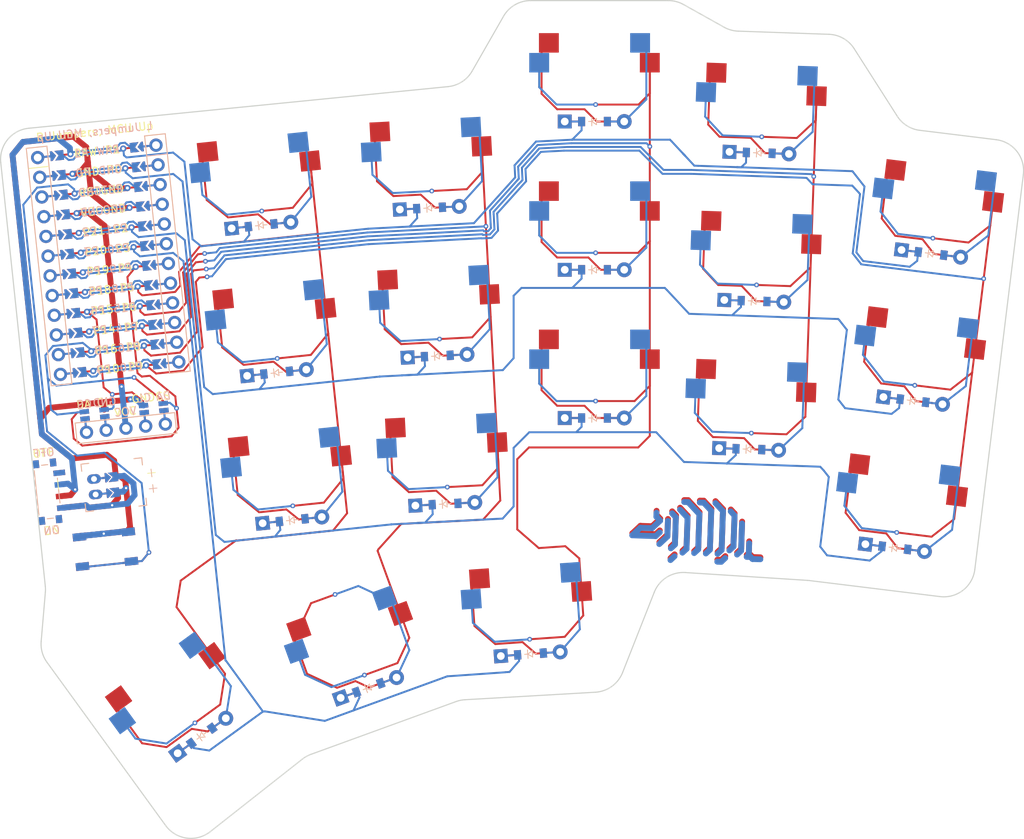
<source format=kicad_pcb>
(kicad_pcb (version 20240108) (generator "pcbnew") (generator_version "8.0")
  (title_block (title "single-half") (date "2024-10-08") (rev "v1.0.0") (company "Unknown"))
  (layers (0 "F.Cu" signal) (31 "B.Cu" signal) (34 "B.Paste" user) (35 "F.Paste" user) (36 "B.SilkS" user "B.Silkscreen") (37 "F.SilkS" user "F.Silkscreen") (38 "B.Mask" user) (39 "F.Mask" user) (44 "Edge.Cuts" user))
  (net 0 "")
  (net 1 "P5")
  (net 2 "inner_bottom")
  (net 3 "inner_home")
  (net 4 "inner_top")
  (net 5 "P6")
  (net 6 "index_bottom")
  (net 7 "index_home")
  (net 8 "index_top")
  (net 9 "P7")
  (net 10 "middle_bottom")
  (net 11 "middle_home")
  (net 12 "middle_top")
  (net 13 "P8")
  (net 14 "ring_bottom")
  (net 15 "ring_home")
  (net 16 "ring_top")
  (net 17 "P9")
  (net 18 "pinky_bottom")
  (net 19 "pinky_home")
  (net 20 "pinky_top")
  (net 21 "space_cluster")
  (net 22 "layer_cluster")
  (net 23 "mod_cluster")
  (net 24 "P2")
  (net 25 "P0")
  (net 26 "P1")
  (net 27 "P3")
  (net 28 "RAW")
  (net 29 "GND")
  (net 30 "RST")
  (net 31 "VCC")
  (net 32 "P21")
  (net 33 "P20")
  (net 34 "P19")
  (net 35 "P18")
  (net 36 "P15")
  (net 37 "P14")
  (net 38 "P16")
  (net 39 "P10")
  (net 40 "P4")
  (net 41 "MCU1_24")
  (net 42 "MCU1_1")
  (net 43 "MCU1_23")
  (net 44 "MCU1_2")
  (net 45 "MCU1_22")
  (net 46 "MCU1_3")
  (net 47 "MCU1_21")
  (net 48 "MCU1_4")
  (net 49 "MCU1_20")
  (net 50 "MCU1_5")
  (net 51 "MCU1_19")
  (net 52 "MCU1_6")
  (net 53 "MCU1_18")
  (net 54 "MCU1_7")
  (net 55 "MCU1_17")
  (net 56 "MCU1_8")
  (net 57 "MCU1_16")
  (net 58 "MCU1_9")
  (net 59 "MCU1_15")
  (net 60 "MCU1_10")
  (net 61 "MCU1_14")
  (net 62 "MCU1_11")
  (net 63 "MCU1_13")
  (net 64 "MCU1_12")
  (net 65 "DISP1_1")
  (net 66 "DISP1_2")
  (net 67 "DISP1_4")
  (net 68 "DISP1_5")
  (net 69 "BAT_P")
  (net 70 "JST1_1")
  (net 71 "JST1_2")
  (footprint "MX" (layer "F.Cu") (at 165.289331 84.93302 -2)
    (property "Reference" "S11" (hide yes))
    (property "Value" "" (hide yes))
  )
  (footprint "ComboDiode" (layer "F.Cu") (at 103.972827 99.113876 6)
    (property "Reference" "D2" (hide yes))
    (property "Value" "" (hide yes))
  )
  (footprint "ComboDiode" (layer "F.Cu") (at 185.4717 102.701471 -7)
    (property "Reference" "D14" (hide yes))
    (property "Value" "" (hide yes))
  )
  (footprint "MX" (layer "F.Cu") (at 125.276948 110.951845 3)
    (property "Reference" "S4" (hide yes))
    (property "Value" "" (hide yes))
  )
  (footprint "MX" (layer "F.Cu") (at 164.626245 103.921446 -2)
    (property "Reference" "S10" (hide yes))
    (property "Value" "" (hide yes))
  )
  (footprint "ceoloide:battery_connector_jst_ph_2" (layer "F.Cu") (at 80.672933 113.729452 96)
    (property "Reference" "JST1" (hide yes))
    (property "Value" "")
  )
  (footprint "ComboDiode" (layer "F.Cu") (at 124.544241 96.97103 3)
    (property "Reference" "D5" (hide yes))
    (property "Value" "" (hide yes))
  )
  (footprint "MX" (layer "F.Cu") (at 136.132794 130.178226 4)
    (property "Reference" "S18" (hide yes))
    (property "Value" "" (hide yes))
  )
  (footprint "MX" (layer "F.Cu") (at 123.288174 73.003925 3)
    (property "Reference" "S6" (hide yes))
    (property "Value" "" (hide yes))
  )
  (footprint "ceoloide:mcu_nice_nano" (layer "F.Cu") (at 82.258972 83.377392 6)
    (property "Reference" "MCU1" (hide yes))
    (property "Value" "")
  )
  (footprint "ComboDiode" (layer "F.Cu") (at 125.538624 115.944977 3)
    (property "Reference" "D4" (hide yes))
    (property "Value" "" (hide yes))
  )
  (footprint "ceoloide:power_switch_smd_side" (layer "F.Cu") (at 74.626235 114.364978 -174)
    (property "Reference" "PWR1" (hide yes))
    (property "Value" "")
  )
  (footprint "MX" (layer "F.Cu") (at 103.450186 94.141282 6)
    (property "Reference" "S2" (hide yes))
    (property "Value" "" (hide yes))
  )
  (footprint "ScottoKeebs_Components:Button_TL3342" (layer "F.Cu") (at 82.02948 121.730487 6)
    (property "Reference" "REF**" (hide yes))
    (property "Value" "RESET")
  )
  (footprint "ComboDiode" (layer "F.Cu") (at 165.777924 70.94154 -2)
    (property "Reference" "D12" (hide yes))
    (property "Value" "" (hide yes))
  )
  (footprint "MX" (layer "F.Cu") (at 186.081056 97.738736 -7)
    (property "Reference" "S14" (hide yes))
    (property "Value" "" (hide yes))
  )
  (footprint "ComboDiode" (layer "F.Cu") (at 105.958867 118.009804 6)
    (property "Reference" "D1" (hide yes))
    (property "Value" "" (hide yes))
  )
  (footprint "ComboDiode" (layer "F.Cu") (at 164.451738 108.918405 -2)
    (property "Reference" "D10" (hide yes))
    (property "Value" "" (hide yes))
  )
  (footprint "MX" (layer "F.Cu") (at 144.676254 80.921449)
    (property "Reference" "S8" (hide yes))
    (property "Value" "" (hide yes))
  )
  (footprint "MX" (layer "F.Cu") (at 124.282559 91.977884 3)
    (property "Reference" "S5" (hide yes))
    (property "Value" "" (hide yes))
  )
  (footprint "MX" (layer "F.Cu") (at 91.42677 141.601942 36)
    (property "Reference" "S16" (hide yes))
    (property "Value" "" (hide yes))
  )
  (footprint "ComboDiode" (layer "F.Cu") (at 165.114837 89.929984 -2)
    (property "Reference" "D11" (hide yes))
    (property "Value" "" (hide yes))
  )
  (footprint "ComboDiode" (layer "F.Cu") (at 144.67624 66.921444)
    (property "Reference" "D9" (hide yes))
    (property "Value" "" (hide yes))
  )
  (footprint "ComboDiode" (layer "F.Cu") (at 187.78721 83.843092 -7)
    (property "Reference" "D15" (hide yes))
    (property "Value" "" (hide yes))
  )
  (footprint "ComboDiode" (layer "F.Cu") (at 136.481578 135.166038 4)
    (property "Reference" "D18" (hide yes))
    (property "Value" "" (hide yes))
  )
  (footprint "MX" (layer "F.Cu") (at 165.952428 65.944597 -2)
    (property "Reference" "S12" (hide yes))
    (property "Value" "" (hide yes))
  )
  (footprint "MX" (layer "F.Cu") (at 144.676252 61.921448)
    (property "Reference" "S9" (hide yes))
    (property "Value" "" (hide yes))
  )
  (footprint "MX" (layer "F.Cu") (at 183.76552 116.597107 -7)
    (property "Reference" "S13" (hide yes))
    (property "Value" "" (hide yes))
  )
  (footprint "ComboDiode" (layer "F.Cu") (at 101.986795 80.217966 6)
    (property "Reference" "D3" (hide yes))
    (property "Value" "" (hide yes))
  )
  (footprint "ceoloide:display_nice_view" (layer "F.Cu") (at 82.914363 89.613042 6)
    (property "Reference" "DISP1" (hide yes))
    (property "Value" "")
  )
  (footprint "MX" (layer "F.Cu") (at 105.436234 113.037189 6)
    (property "Reference" "S1" (hide yes))
    (property "Value" "" (hide yes))
  )
  (footprint "MX" (layer "F.Cu") (at 114.032883 134.788149 20)
    (property "Reference" "S17" (hide yes))
    (property "Value" "" (hide yes))
  )
  (footprint "MX" (layer "F.Cu") (at 144.676232 99.921447)
    (property "Reference" "S7" (hide yes))
    (property "Value" "" (hide yes))
  )
  (footprint "MX" (layer "F.Cu") (at 101.464138 75.245358 6)
    (property "Reference" "S3" (hide yes))
    (property "Value" "" (hide yes))
  )
  (footprint "ComboDiode" (layer "F.Cu") (at 94.365692 145.647023 36)
    (property "Reference" "D16" (hide yes))
    (property "Value" "" (hide yes))
  )
  (footprint "ComboDiode" (layer "F.Cu") (at 123.549852 77.997069 3)
    (property "Reference" "D6" (hide yes))
    (property "Value" "" (hide yes))
  )
  (footprint "ComboDiode" (layer "F.Cu") (at 144.676236 85.921446)
    (property "Reference" "D8" (hide yes))
    (property "Value" "" (hide yes))
  )
  (footprint "ComboDiode" (layer "F.Cu") (at 115.742978 139.48662 20)
    (property "Reference" "D17" (hide yes))
    (property "Value" "" (hide yes))
  )
  (footprint "ComboDiode" (layer "F.Cu") (at 144.67623 104.921453)
    (property "Reference" "D7" (hide yes))
    (property "Value" "" (hide yes))
  )
  (footprint "MX" (layer "F.Cu") (at 188.396557 78.880366 -7)
    (property "Reference" "S15" (hide yes))
    (property "Value" "" (hide yes))
  )
  (footprint "ComboDiode" (layer "F.Cu") (at 183.156174 121.559855 -7)
    (property "Reference" "D13" (hide yes))
    (property "Value" "" (hide yes))
  )
  (footprint "ScottoKeebs_Components:Button_TL3342" (layer "B.Cu") (at 82.02948 121.730487 -174)
    (property "Reference" "REF**" (hide yes))
    (property "Value" "RESET")
  )
  (gr_line (start 73.801052 133.546611) (end 74.338611 127.239383) (stroke (width 0.15)) (layer "Edge.Cuts"))
  (gr_line (start 177.943378 57.590971) (end 183.451571 66.229034) (stroke (width 0.15)) (layer "Edge.Cuts"))
  (gr_line (start 129.005729 60.454166) (end 133.024047 53.4343) (stroke (width 0.15)) (layer "Edge.Cuts"))
  (gr_line (start 126.939085 141.264545) (end 108.36083 148.026467) (stroke (width 0.15)) (layer "Edge.Cuts"))
  (gr_line (start 107.252903 148.643692) (end 95.456739 157.940796) (stroke (width 0.15)) (layer "Edge.Cuts"))
  (gr_line (start 136.495532 51.421449) (end 154.133981 51.421449) (stroke (width 0.15)) (layer "Edge.Cuts"))
  (gr_arc (start 126.939085 141.264545) (mid 127.499527 141.1057) (end 128.077095 141.029927) (stroke (width 0.15)) (layer "Edge.Cuts"))
  (gr_arc (start 152.33109 127.25403) (mid 153.908592 125.343676) (end 156.308551 124.728762) (stroke (width 0.15)) (layer "Edge.Cuts"))
  (gr_line (start 171.948109 125.731783) (end 156.308551 124.728762) (stroke (width 0.15)) (layer "Edge.Cuts"))
  (gr_arc (start 154.133981 51.421449) (mid 155.142566 51.550686) (end 156.085972 51.930071) (stroke (width 0.15)) (layer "Edge.Cuts"))
  (gr_arc (start 186.336754 68.048602) (mid 184.690493 67.46177) (end 183.451571 66.229034) (stroke (width 0.15)) (layer "Edge.Cuts"))
  (gr_line (start 188.937447 127.810999) (end 172.179584 125.753391) (stroke (width 0.15)) (layer "Edge.Cuts"))
  (gr_line (start 152.33109 127.25403) (end 148.277447 137.540478) (stroke (width 0.15)) (layer "Edge.Cuts"))
  (gr_arc (start 193.395117 124.328301) (mid 191.887564 126.992865) (end 188.937447 127.810999) (stroke (width 0.15)) (layer "Edge.Cuts"))
  (gr_arc (start 74.550531 136.237449) (mid 73.93326 134.959579) (end 73.801052 133.546611) (stroke (width 0.15)) (layer "Edge.Cuts"))
  (gr_arc (start 174.710328 55.744029) (mid 176.55484 56.268395) (end 177.943377 57.590969) (stroke (width 0.15)) (layer "Edge.Cuts"))
  (gr_line (start 156.085974 51.930073) (end 161.276474 54.832018) (stroke (width 0.15)) (layer "Edge.Cuts"))
  (gr_line (start 186.336754 68.048602) (end 196.12774 69.250784) (stroke (width 0.15)) (layer "Edge.Cuts"))
  (gr_arc (start 95.456739 157.940796) (mid 92.432444 158.761498) (end 89.744658 157.150378) (stroke (width 0.15)) (layer "Edge.Cuts"))
  (gr_arc (start 68.624266 72.184074) (mid 69.500952 69.239881) (end 72.206831 67.785559) (stroke (width 0.15)) (layer "Edge.Cuts"))
  (gr_arc (start 74.331153 126.481576) (mid 74.352873 126.860303) (end 74.338611 127.239383) (stroke (width 0.15)) (layer "Edge.Cuts"))
  (gr_line (start 163.088875 55.338202) (end 174.710328 55.744029) (stroke (width 0.15)) (layer "Edge.Cuts"))
  (gr_line (start 72.206831 67.785559) (end 125.929745 62.447414) (stroke (width 0.15)) (layer "Edge.Cuts"))
  (gr_arc (start 133.024045 53.434298) (mid 134.489133 51.961095) (end 136.495532 51.421449) (stroke (width 0.15)) (layer "Edge.Cuts"))
  (gr_arc (start 196.12774 69.250784) (mid 198.792278 70.758334) (end 199.610446 73.708439) (stroke (width 0.15)) (layer "Edge.Cuts"))
  (gr_line (start 144.786043 140.067333) (end 128.077102 141.029937) (stroke (width 0.15)) (layer "Edge.Cuts"))
  (gr_arc (start 163.088875 55.338202) (mid 162.15248 55.19322) (end 161.276474 54.832018) (stroke (width 0.15)) (layer "Edge.Cuts"))
  (gr_arc (start 171.948109 125.731783) (mid 172.064003 125.740907) (end 172.179584 125.753391) (stroke (width 0.15)) (layer "Edge.Cuts"))
  (gr_line (start 74.331153 126.481576) (end 68.624266 72.184074) (stroke (width 0.15)) (layer "Edge.Cuts"))
  (gr_arc (start 148.277447 137.540478) (mid 146.901166 139.314342) (end 144.786043 140.067333) (stroke (width 0.15)) (layer "Edge.Cuts"))
  (gr_arc (start 129.005729 60.454166) (mid 127.709469 61.823823) (end 125.929745 62.447414) (stroke (width 0.15)) (layer "Edge.Cuts"))
  (gr_line (start 199.610446 73.708439) (end 193.395117 124.328301) (stroke (width 0.15)) (layer "Edge.Cuts"))
  (gr_line (start 89.744658 157.150378) (end 74.550531 136.237449) (stroke (width 0.15)) (layer "Edge.Cuts"))
  (gr_arc (start 107.252903 148.643692) (mid 107.782247 148.290886) (end 108.360831 148.026468) (stroke (width 0.15)) (layer "Edge.Cuts"))
  (segment (start 164.187976 122.469146) (end 164.446554 122.228025) (width 0.75) (layer "F.Cu") (net 0))
  (segment (start 160.448991 122.088422) (end 160.966136 121.606183) (width 0.75) (layer "F.Cu") (net 0))
  (segment (start 154.934885 122.396174) (end 154.41774 122.878423) (width 0.75) (layer "F.Cu") (net 0))
  (segment (start 152.058867 118.793606) (end 150.559782 118.741261) (width 0.75) (layer "F.Cu") (net 0))
  (segment (start 162.604823 117.660968) (end 162.622263 117.161273) (width 0.75) (layer "F.Cu") (net 0))
  (segment (start 163.46461 121.69343) (end 163.586758 118.195561) (width 0.75) (layer "F.Cu") (net 0))
  (segment (start 164.687679 122.486599) (end 164.187976 122.469146) (width 0.75) (layer "F.Cu") (net 0))
  (segment (start 154.987239 120.897088) (end 155.109384 117.399218) (width 0.75) (layer "F.Cu") (net 0))
  (segment (start 152.523658 119.810449) (end 153.040806 119.328203) (width 0.75) (layer "F.Cu") (net 0))
  (segment (start 149.525487 119.705751) (end 152.523658 119.810449) (width 0.75) (layer "F.Cu") (net 0))
  (segment (start 160.966136 121.606183) (end 161.123176 117.108922) (width 0.75) (layer "F.Cu") (net 0))
  (segment (start 162.482666 121.158832) (end 162.604823 117.660968) (width 0.75) (layer "F.Cu") (net 0))
  (segment (start 161.430932 122.623023) (end 160.913787 123.105266) (width 0.75) (layer "F.Cu") (net 0))
  (segment (start 154.470093 121.379333) (end 154.987239 120.897088) (width 0.75) (layer "F.Cu") (net 0))
  (segment (start 159.467053 121.553833) (end 159.64154 116.556884) (width 0.75) (layer "F.Cu") (net 0))
  (segment (start 156.60848 117.45157) (end 155.643976 116.417279) (width 0.75) (layer "F.Cu") (net 0))
  (segment (start 164.446554 122.228025) (end 164.498899 120.728937) (width 0.75) (layer "F.Cu") (net 0))
  (segment (start 161.965519 121.641082) (end 162.482666 121.158832) (width 0.75) (layer "F.Cu") (net 0))
  (segment (start 159.64154 116.556884) (end 158.677055 115.522589) (width 0.75) (layer "F.Cu") (net 0))
  (segment (start 152.628357 116.812278) (end 152.610907 117.311969) (width 0.75) (layer "F.Cu") (net 0))
  (segment (start 152.988452 120.82729) (end 154.022746 119.862798) (width 0.75) (layer "F.Cu") (net 0))
  (segment (start 162.947463 122.175674) (end 163.46461 121.69343) (width 0.75) (layer "F.Cu") (net 0))
  (segment (start 155.951734 121.931379) (end 156.468883 121.449134) (width 0.75) (layer "F.Cu") (net 0))
  (segment (start 164.928796 122.745175) (end 164.687679 122.486599) (width 0.75) (layer "F.Cu") (net 0))
  (segment (start 154.022746 119.862798) (end 154.092545 117.864023) (width 0.75) (layer "F.Cu") (net 0))
  (segment (start 152.610907 117.311969) (end 153.093159 117.829116) (width 0.75) (layer "F.Cu") (net 0))
  (segment (start 160.913787 123.105266) (end 160.414087 123.087827) (width 0.75) (layer "F.Cu") (net 0))
  (segment (start 157.450819 121.983724) (end 157.967968 121.501486) (width 0.75) (layer "F.Cu") (net 0))
  (segment (start 158.125012 117.004217) (end 156.678271 115.452786) (width 0.75) (layer "F.Cu") (net 0))
  (segment (start 158.677055 115.522589) (end 158.177351 115.505141) (width 0.75) (layer "F.Cu") (net 0))
  (segment (start 162.622263 117.161273) (end 162.140025 116.644126) (width 0.75) (layer "F.Cu") (net 0))
  (segment (start 157.967968 121.501486) (end 158.125012 117.004217) (width 0.75) (layer "F.Cu") (net 0))
  (segment (start 161.123176 117.108922) (end 161.140635 116.609226) (width 0.75) (layer "F.Cu") (net 0))
  (segment (start 155.109384 117.399218) (end 154.627145 116.882077) (width 0.75) (layer "F.Cu") (net 0))
  (segment (start 156.678271 115.452786) (end 156.178577 115.435342) (width 0.75) (layer "F.Cu") (net 0))
  (segment (start 150.559782 118.741261) (end 149.525487 119.705751) (width 0.75) (layer "F.Cu") (net 0))
  (segment (start 156.468883 121.449134) (end 156.60848 117.45157) (width 0.75) (layer "F.Cu") (net 0))
  (segment (start 165.928189 122.780068) (end 164.928796 122.745175) (width 0.75) (layer "F.Cu") (net 0))
  (segment (start 153.093159 117.829116) (end 152.058867 118.793606) (width 0.75) (layer "F.Cu") (net 0))
  (segment (start 161.140635 116.609226) (end 160.176143 115.574936) (width 0.75) (layer "F.Cu") (net 0))
  (segment (start 158.949906 122.036077) (end 159.467053 121.553833) (width 0.75) (layer "F.Cu") (net 0))
  (segment (start 152.050147 119.043454) (end 150.551054 118.991098) (width 0.75) (layer "B.Cu") (net 0))
  (segment (start 162.938741 122.42552) (end 163.455888 121.943273) (width 0.75) (layer "B.Cu") (net 0))
  (segment (start 162.613546 117.411114) (end 162.1313 116.893969) (width 0.75) (layer "B.Cu") (net 0))
  (segment (start 161.956799 121.890929) (end 162.473947 121.408679) (width 0.75) (layer "B.Cu") (net 0))
  (segment (start 161.114454 117.358768) (end 161.131915 116.859066) (width 0.75) (layer "B.Cu") (net 0))
  (segment (start 165.919461 123.029912) (end 164.920073 122.995014) (width 0.75) (layer "B.Cu") (net 0))
  (segment (start 152.619634 117.062124) (end 152.602185 117.561815) (width 0.75) (layer "B.Cu") (net 0))
  (segment (start 158.94118 122.285919) (end 159.458325 121.803675) (width 0.75) (layer "B.Cu") (net 0))
  (segment (start 164.920073 122.995014) (end 164.678952 122.736444) (width 0.75) (layer "B.Cu") (net 0))
  (segment (start 157.442094 122.233569) (end 157.959238 121.75133) (width 0.75) (layer "B.Cu") (net 0))
  (segment (start 155.100662 117.649061) (end 154.618418 117.13192) (width 0.75) (layer "B.Cu") (net 0))
  (segment (start 152.602185 117.561815) (end 153.084432 118.07896) (width 0.75) (layer "B.Cu") (net 0))
  (segment (start 157.959238 121.75133) (end 158.116297 117.254065) (width 0.75) (layer "B.Cu") (net 0))
  (segment (start 163.455888 121.943273) (end 163.578043 118.445403) (width 0.75) (layer "B.Cu") (net 0))
  (segment (start 160.957414 121.85603) (end 161.114454 117.358768) (width 0.75) (layer "B.Cu") (net 0))
  (segment (start 164.179251 122.718993) (end 164.437825 122.477869) (width 0.75) (layer "B.Cu") (net 0))
  (segment (start 156.599751 117.701417) (end 155.635257 116.667121) (width 0.75) (layer "B.Cu") (net 0))
  (segment (start 154.461373 121.62918) (end 154.97852 121.146938) (width 0.75) (layer "B.Cu") (net 0))
  (segment (start 156.460157 121.698979) (end 156.599751 117.701417) (width 0.75) (layer "B.Cu") (net 0))
  (segment (start 160.44027 122.338268) (end 160.957414 121.85603) (width 0.75) (layer "B.Cu") (net 0))
  (segment (start 150.551054 118.991098) (end 149.51676 119.955593) (width 0.75) (layer "B.Cu") (net 0))
  (segment (start 158.116297 117.254065) (end 156.669544 115.702633) (width 0.75) (layer "B.Cu") (net 0))
  (segment (start 149.51676 119.955593) (end 152.514938 120.060295) (width 0.75) (layer "B.Cu") (net 0))
  (segment (start 154.926164 122.646016) (end 154.409019 123.128269) (width 0.75) (layer "B.Cu") (net 0))
  (segment (start 152.514938 120.060295) (end 153.032087 119.578046) (width 0.75) (layer "B.Cu") (net 0))
  (segment (start 155.943008 122.181225) (end 156.460157 121.698979) (width 0.75) (layer "B.Cu") (net 0))
  (segment (start 159.632825 116.806721) (end 158.668329 115.772431) (width 0.75) (layer "B.Cu") (net 0))
  (segment (start 161.131915 116.859066) (end 160.167417 115.824781) (width 0.75) (layer "B.Cu") (net 0))
  (segment (start 160.905063 123.355109) (end 160.405361 123.337665) (width 0.75) (layer "B.Cu") (net 0))
  (segment (start 154.014026 120.112643) (end 154.083819 118.113856) (width 0.75) (layer "B.Cu") (net 0))
  (segment (start 164.437825 122.477869) (end 164.490175 120.978783) (width 0.75) (layer "B.Cu") (net 0))
  (segment (start 159.458325 121.803675) (end 159.632825 116.806721) (width 0.75) (layer "B.Cu") (net 0))
  (segment (start 164.678952 122.736444) (end 164.179251 122.718993) (width 0.75) (layer "B.Cu") (net 0))
  (segment (start 162.473947 121.408679) (end 162.596099 117.910811) (width 0.75) (layer "B.Cu") (net 0))
  (segment (start 153.084432 118.07896) (end 152.050147 119.043454) (width 0.75) (layer "B.Cu") (net 0))
  (segment (start 161.422209 122.872864) (end 160.905063 123.355109) (width 0.75) (layer "B.Cu") (net 0))
  (segment (start 158.668329 115.772431) (end 158.168635 115.754979) (width 0.75) (layer "B.Cu") (net 0))
  (segment (start 162.596099 117.910811) (end 162.613546 117.411114) (width 0.75) (layer "B.Cu") (net 0))
  (segment (start 156.669544 115.702633) (end 156.169856 115.685182) (width 0.75) (layer "B.Cu") (net 0))
  (segment (start 152.979741 121.077136) (end 154.014026 120.112643) (width 0.75) (layer "B.Cu") (net 0))
  (segment (start 154.97852 121.146938) (end 155.100662 117.649061) (width 0.75) (layer "B.Cu") (net 0))
  (segment (start 98.773336 120.604467) (end 98.932277 120.629637) (width 0.25) (layer "F.Cu") (net 1))
  (segment (start 87.538824 87.930439) (end 86.171347 88.074165) (width 0.25) (layer "F.Cu") (net 1))
  (segment (start 102.057611 78.391992) (end 106.03568 77.973884) (width 0.25) (layer "F.Cu") (net 1))
  (segment (start 111.193519 119.34093) (end 98.932277 120.629637) (width 0.25) (layer "F.Cu") (net 1))
  (segment (start 112.216912 109.770525) (end 112.989677 117.122876) (width 0.25) (layer "F.Cu") (net 1))
  (segment (start 96.728481 141.649572) (end 97.353214 137.705267) (width 0.25) (layer "F.Cu") (net 1))
  (segment (start 95.665675 135.382569) (end 91.139125 129.152316) (width 0.25) (layer "F.Cu") (net 1))
  (segment (start 97.353214 137.705267) (end 95.665674 135.382565) (width 0.25) (layer "F.Cu") (net 1))
  (segment (start 91.646708 87.921347) (end 91.465262 86.194947) (width 0.25) (layer "F.Cu") (net 1))
  (segment (start 110.007779 115.76571) (end 112.520848 112.662303) (width 0.25) (layer "F.Cu") (net 1))
  (segment (start 94.135241 82.897792) (end 109.225761 81.311723) (width 0.25) (layer "F.Cu") (net 1))
  (segment (start 112.989677 117.122876) (end 111.193519 119.34093) (width 0.25) (layer "F.Cu") (net 1))
  (segment (start 90.966683 88.76112) (end 91.646708 87.921347) (width 0.25) (layer "F.Cu") (net 1))
  (segment (start 106.03568 77.973884) (end 108.548765 74.870478) (width 0.25) (layer "F.Cu") (net 1))
  (segment (start 112.520848 112.662303) (end 112.216915 109.770518) (width 0.25) (layer "F.Cu") (net 1))
  (segment (start 112.216913 109.770519) (end 112.216915 109.770518) (width 0.25) (layer "F.Cu") (net 1))
  (segment (start 109.225761 81.311723) (end 110.230868 90.874604) (width 0.25) (layer "F.Cu") (net 1))
  (segment (start 104.043635 97.287908) (end 108.343674 96.835961) (width 0.25) (layer "F.Cu") (net 1))
  (segment (start 86.75398 89.203897) (end 90.966683 88.76112) (width 0.25) (layer "F.Cu") (net 1))
  (segment (start 91.139125 129.152316) (end 91.676293 125.760765) (width 0.25) (layer "F.Cu") (net 1))
  (segment (start 108.343674 96.835961) (end 110.568643 94.088329) (width 0.25) (layer "F.Cu") (net 1))
  (segment (start 110.568643 94.088329) (end 112.216913 109.770519) (width 0.25) (layer "F.Cu") (net 1))
  (segment (start 91.676293 125.760765) (end 98.773336 120.604467) (width 0.25) (layer "F.Cu") (net 1))
  (segment (start 86.246929 88.793294) (end 86.75398 89.203897) (width 0.25) (layer "F.Cu") (net 1))
  (segment (start 108.548765 74.870478) (end 108.24483 71.978689) (width 0.25) (layer "F.Cu") (net 1))
  (segment (start 91.465262 86.194947) (end 94.135241 82.897792) (width 0.25) (layer "F.Cu") (net 1))
  (segment (start 106.029668 116.183826) (end 110.007779 115.76571) (width 0.25) (layer "F.Cu") (net 1))
  (segment (start 110.230868 90.874604) (end 110.568643 94.088329) (width 0.25) (layer "F.Cu") (net 1))
  (segment (start 86.171348 88.074169) (end 86.246929 88.793294) (width 0.25) (layer "F.Cu") (net 1))
  (segment (start 108.24483 71.978689) (end 109.225761 81.311723) (width 0.25) (layer "F.Cu") (net 1))
  (segment (start 93.492419 144.00072) (end 96.728481 141.649572) (width 0.25) (layer "F.Cu") (net 1))
  (via (at 104.043635 97.287908) (size 0.6) (drill 0.3) (layers "F.Cu" "B.Cu") (net 1))
  (via (at 93.492419 144.00072) (size 0.6) (drill 0.3) (layers "F.Cu" "B.Cu") (net 1))
  (via (at 106.029668 116.183826) (size 0.6) (drill 0.3) (layers "F.Cu" "B.Cu") (net 1))
  (via (at 102.057611 78.391992) (size 0.6) (drill 0.3) (layers "F.Cu" "B.Cu") (net 1))
  (segment (start 78.041137 88.928686) (end 78.388912 88.892123) (width 0.25) (layer "B.Cu") (net 1))
  (segment (start 89.85185 146.645748) (end 93.492419 144.00072) (width 0.25) (layer "B.Cu") (net 1))
  (segment (start 96.138493 92.355771) (end 96.440076 95.225098) (width 0.25) (layer "B.Cu") (net 1))
  (segment (start 97.032733 78.417376) (end 97.582239 78.862374) (width 0.25) (layer "B.Cu") (net 1))
  (segment (start 79.783042 89.474592) (end 80.223589 88.930562) (width 0.25) (layer "B.Cu") (net 1))
  (segment (start 94.45404 76.329191) (end 97.032733 78.417376) (width 0.25) (layer "B.Cu") (net 1))
  (segment (start 80.223589 88.930562) (end 85.96665 88.326947) (width 0.25) (layer "B.Cu") (net 1))
  (segment (start 79.185718 89.537372) (end 79.783042 89.474592) (width 0.25) (layer "B.Cu") (net 1))
  (segment (start 85.876291 146.016076) (end 89.85185 146.645748) (width 0.25) (layer "B.Cu") (net 1))
  (segment (start 101.55433 116.654208) (end 106.029668 116.183826) (width 0.25) (layer "B.Cu") (net 1))
  (segment (start 84.201898 143.711489) (end 85.876291 146.016076) (width 0.25) (layer "B.Cu") (net 1))
  (segment (start 98.426125 114.12103) (end 101.55433 116.654208) (width 0.25) (layer "B.Cu") (net 1))
  (segment (start 99.568291 97.758282) (end 104.043635 97.287908) (width 0.25) (layer "B.Cu") (net 1))
  (segment (start 97.582239 78.862374) (end 102.057611 78.391992) (width 0.25) (layer "B.Cu") (net 1))
  (segment (start 98.124547 111.251684) (end 98.426125 114.12103) (width 0.25) (layer "B.Cu") (net 1))
  (segment (start 96.440076 95.225098) (end 99.568291 97.758282) (width 0.25) (layer "B.Cu") (net 1))
  (segment (start 94.152454 73.459855) (end 94.45404 76.329191) (width 0.25) (layer "B.Cu") (net 1))
  (segment (start 78.388912 88.892123) (end 79.185718 89.537372) (width 0.25) (layer "B.Cu") (net 1))
  (segment (start 98.978993 114.779506) (end 101.726617 117.004487) (width 0.25) (layer "F.Cu") (net 2))
  (segment (start 105.207446 116.638635) (end 106.792492 117.92219) (width 0.25) (layer "F.Cu") (net 2))
  (segment (start 99.095227 108.595673) (end 98.417064 109.43314) (width 0.25) (layer "F.Cu") (net 2))
  (segment (start 106.792492 117.92219) (end 107.599827 117.837332) (width 0.25) (layer "F.Cu") (net 2))
  (segment (start 101.726617 117.004487) (end 105.207446 116.638635) (width 0.25) (layer "F.Cu") (net 2))
  (segment (start 107.599829 117.837329) (end 109.748003 117.61155) (width 0.25) (layer "F.Cu") (net 2))
  (segment (start 98.417064 109.43314) (end 98.978993 114.779506) (width 0.25) (layer "F.Cu") (net 2))
  (segment (start 111.725558 108.192512) (end 110.715216 107.37436) (width 0.25) (layer "B.Cu") (net 2))
  (segment (start 112.374635 114.367931) (end 111.725558 108.192512) (width 0.25) (layer "B.Cu") (net 2))
  (segment (start 109.748003 117.61155) (end 112.374635 114.367931) (width 0.25) (layer "B.Cu") (net 2))
  (segment (start 107.599829 117.837329) (end 109.748003 117.61155) (width 0.25) (layer "B.Cu") (net 2))
  (segment (start 96.431019 90.537231) (end 96.992949 95.883586) (width 0.25) (layer "F.Cu") (net 3))
  (segment (start 105.613797 98.941415) (end 107.761967 98.715634) (width 0.25) (layer "F.Cu") (net 3))
  (segment (start 99.740576 98.108573) (end 103.567267 97.706373) (width 0.25) (layer "F.Cu") (net 3))
  (segment (start 96.992949 95.883586) (end 99.740576 98.108573) (width 0.25) (layer "F.Cu") (net 3))
  (segment (start 97.109186 89.699763) (end 96.431019 90.537231) (width 0.25) (layer "F.Cu") (net 3))
  (segment (start 103.567267 97.706373) (end 105.152299 98.989911) (width 0.25) (layer "F.Cu") (net 3))
  (segment (start 105.152299 98.989911) (end 105.613789 98.941405) (width 0.25) (layer "F.Cu") (net 3))
  (segment (start 105.613797 98.941415) (end 107.761967 98.715634) (width 0.25) (layer "B.Cu") (net 3))
  (segment (start 107.761967 98.715634) (end 110.388572 95.472019) (width 0.25) (layer "B.Cu") (net 3))
  (segment (start 110.388572 95.472019) (end 109.739527 89.296604) (width 0.25) (layer "B.Cu") (net 3))
  (segment (start 109.739527 89.296604) (end 108.729181 88.478443) (width 0.25) (layer "B.Cu") (net 3))
  (segment (start 103.627749 80.0455) (end 105.775919 79.81971) (width 0.25) (layer "F.Cu") (net 4))
  (segment (start 95.006905 76.987675) (end 97.754534 79.21266) (width 0.25) (layer "F.Cu") (net 4))
  (segment (start 94.44498 71.641293) (end 95.006905 76.987675) (width 0.25) (layer "F.Cu") (net 4))
  (segment (start 95.123137 70.803839) (end 94.44498 71.641293) (width 0.25) (layer "F.Cu") (net 4))
  (segment (start 101.581232 78.810453) (end 103.166278 80.094001) (width 0.25) (layer "F.Cu") (net 4))
  (segment (start 97.754534 79.21266) (end 101.581232 78.810453) (width 0.25) (layer "F.Cu") (net 4))
  (segment (start 103.166278 80.094001) (end 103.627752 80.045496) (width 0.25) (layer "F.Cu") (net 4))
  (segment (start 105.775919 79.81971) (end 108.402541 76.576109) (width 0.25) (layer "B.Cu") (net 4))
  (segment (start 103.627749 80.0455) (end 105.775919 79.81971) (width 0.25) (layer "B.Cu") (net 4))
  (segment (start 107.753489 70.40068) (end 106.743132 69.582521) (width 0.25) (layer "B.Cu") (net 4))
  (segment (start 108.402541 76.576109) (end 107.753489 70.40068) (width 0.25) (layer "B.Cu") (net 4))
  (segment (start 119.821869 129.978115) (end 116.899046 121.947717) (width 0.25) (layer "F.Cu") (net 5))
  (segment (start 87.804313 90.456525) (end 86.436853 90.600247) (width 0.25) (layer "F.Cu") (net 5))
  (segment (start 87.048883 91.717398) (end 91.463439 91.253409) (width 0.25) (layer "F.Cu") (net 5))
  (segment (start 132.219296 108.044529) (end 132.609906 115.497645) (width 0.25) (layer "F.Cu") (net 5))
  (segment (start 93.817461 84.005279) (end 93.878164 83.930321) (width 0.25) (layer "F.Cu") (net 5))
  (segment (start 131.261606 89.770703) (end 131.376114 91.955657) (width 0.25) (layer "F.Cu") (net 5))
  (segment (start 129.010389 94.583084) (end 131.376114 91.955657) (width 0.25) (layer "F.Cu") (net 5))
  (segment (start 124.828166 94.802263) (end 129.010389 94.583084) (width 0.25) (layer "F.Cu") (net 5))
  (segment (start 92.380643 90.12077) (end 92.014789 86.63994) (width 0.25) (layer "F.Cu") (net 5))
  (segment (start 91.976786 86.278334) (end 93.817461 84.005279) (width 0.25) (layer "F.Cu") (net 5))
  (segment (start 130.403498 117.948119) (end 119.917893 118.497639) (width 0.25) (layer "F.Cu") (net 5))
  (segment (start 115.210359 137.870595) (end 119.43897 136.331498) (width 0.25) (layer "F.Cu") (net 5))
  (segment (start 125.822535 113.776223) (end 130.316381 113.54071) (width 0.25) (layer "F.Cu") (net 5))
  (segment (start 130.398068 73.293311) (end 130.230533 70.096605) (width 0.25) (layer "F.Cu") (net 5))
  (segment (start 86.436852 90.60025) (end 86.508257 91.279602) (width 0.25) (layer "F.Cu") (net 5))
  (segment (start 131.22492 89.070567) (end 131.261608 89.770697) (width 0.25) (layer "F.Cu") (net 5))
  (segment (start 131.376114 91.955657) (end 132.219305 108.044522) (width 0.25) (layer "F.Cu") (net 5))
  (segment (start 131.261608 89.770697) (end 131.261606 89.770703) (width 0.25) (layer "F.Cu") (net 5))
  (segment (start 86.508257 91.279602) (end 87.015308 91.690199) (width 0.25) (layer "F.Cu") (net 5))
  (segment (start 91.463439 91.253409) (end 92.380643 90.12077) (width 0.25) (layer "F.Cu") (net 5))
  (segment (start 87.015308 91.690199) (end 87.048883 91.717398) (width 0.25) (layer "F.Cu") (net 5))
  (segment (start 132.386833 111.241229) (end 132.219305 108.044522) (width 0.25) (layer "F.Cu") (net 5))
  (segment (start 130.316381 113.54071) (end 132.386833 111.241229) (width 0.25) (layer "F.Cu") (net 5))
  (segment (start 131.224922 89.070569) (end 131.22492 89.070567) (width 0.25) (layer "F.Cu") (net 5))
  (segment (start 93.878164 83.930321) (end 94.737035 83.84005) (width 0.25) (layer "F.Cu") (net 5))
  (segment (start 119.917893 118.497639) (end 116.993165 121.745869) (width 0.25) (layer "F.Cu") (net 5))
  (segment (start 119.43897 136.331498) (end 120.95275 133.085186) (width 0.25) (layer "F.Cu") (net 5))
  (segment (start 116.899046 121.947717) (end 116.993165 121.745869) (width 0.25) (layer "F.Cu") (net 5))
  (segment (start 120.95275 133.085186) (end 119.821864 129.978123) (width 0.25) (layer "F.Cu") (net 5))
  (segment (start 132.609906 115.497645) (end 130.403498 117.948119) (width 0.25) (layer "F.Cu") (net 5))
  (segment (start 123.833772 75.828294) (end 128.327604 75.592787) (width 0.25) (layer "F.Cu") (net 5))
  (segment (start 128.327604 75.592787) (end 130.398068 73.293311) (width 0.25) (layer "F.Cu") (net 5))
  (segment (start 130.767916 80.350383) (end 131.224922 89.070569) (width 0.25) (layer "F.Cu") (net 5))
  (segment (start 130.230533 70.096605) (end 130.767916 80.350383) (width 0.25) (layer "F.Cu") (net 5))
  (segment (start 92.014789 86.63994) (end 91.976786 86.278334) (width 0.25) (layer "F.Cu") (net 5))
  (via (at 115.210359 137.870595) (size 0.6) (drill 0.3) (layers "F.Cu" "B.Cu") (net 5))
  (via (at 130.767916 80.350383) (size 0.6) (drill 0.3) (layers "F.Cu" "B.Cu") (net 5))
  (via (at 123.833772 75.828294) (size 0.6) (drill 0.3) (layers "F.Cu" "B.Cu") (net 5))
  (via (at 125.822535 113.776223) (size 0.6) (drill 0.3) (layers "F.Cu" "B.Cu") (net 5))
  (via (at 94.737035 83.84005) (size 0.6) (drill 0.3) (layers "F.Cu" "B.Cu") (net 5))
  (via (at 124.828166 94.802263) (size 0.6) (drill 0.3) (layers "F.Cu" "B.Cu") (net 5))
  (segment (start 115.569733 81.147698) (end 130.767151 80.351237) (width 0.25) (layer "B.Cu") (net 5))
  (segment (start 116.079946 70.838206) (end 116.232094 73.741245) (width 0.25) (layer "B.Cu") (net 5))
  (segment (start 107.601595 137.833486) (end 110.981734 139.409691) (width 0.25) (layer "B.Cu") (net 5))
  (segment (start 78.306641 91.454765) (end 78.654423 91.418216) (width 0.25) (layer "B.Cu") (net 5))
  (segment (start 116.232094 73.741245) (end 118.840629 76.089972) (width 0.25) (layer "B.Cu") (net 5))
  (segment (start 94.737035 83.84005) (end 96.228817 83.68326) (width 0.25) (layer "B.Cu") (net 5))
  (segment (start 96.673813 83.133725) (end 115.569733 81.147698) (width 0.25) (layer "B.Cu") (net 5))
  (segment (start 110.981734 139.409691) (end 115.210359 137.870595) (width 0.25) (layer "B.Cu") (net 5))
  (segment (start 118.22086 111.689165) (end 120.829394 114.037904) (width 0.25) (layer "B.Cu") (net 5))
  (segment (start 120.829394 114.037904) (end 125.822535 113.776223) (width 0.25) (layer "B.Cu") (net 5))
  (segment (start 78.654423 91.418216) (end 79.451223 92.063462) (width 0.25) (layer "B.Cu") (net 5))
  (segment (start 117.226483 92.715204) (end 119.835004 95.063938) (width 0.25) (layer "B.Cu") (net 5))
  (segment (start 117.074327 89.812173) (end 117.226483 92.715204) (width 0.25) (layer "B.Cu") (net 5))
  (segment (start 80.489089 91.456651) (end 86.232146 90.853029) (width 0.25) (layer "B.Cu") (net 5))
  (segment (start 118.840629 76.089972) (end 123.833772 75.828294) (width 0.25) (layer "B.Cu") (net 5))
  (segment (start 118.068728 108.78613) (end 118.22086 111.689165) (width 0.25) (layer "B.Cu") (net 5))
  (segment (start 96.228817 83.68326) (end 96.673813 83.133725) (width 0.25) (layer "B.Cu") (net 5))
  (segment (start 106.506419 134.824538) (end 107.601595 137.833486) (width 0.25) (layer "B.Cu") (net 5))
  (segment (start 80.048555 92.000677) (end 80.489089 91.456651) (width 0.25) (layer "B.Cu") (net 5))
  (segment (start 79.451223 92.063462) (end 80.048555 92.000677) (width 0.25) (layer "B.Cu") (net 5))
  (segment (start 130.767151 80.351237) (end 130.767916 80.350383) (width 0.25) (layer "B.Cu") (net 5))
  (segment (start 119.835004 95.063938) (end 124.828166 94.802263) (width 0.25) (layer "B.Cu") (net 5))
  (segment (start 119.177089 106.184556) (end 118.510829 106.924506) (width 0.25) (layer "F.Cu") (net 6))
  (segment (start 127.186354 115.858631) (end 129.343402 115.745586) (width 0.25) (layer "F.Cu") (net 6))
  (segment (start 126.25313 115.907531) (end 127.186359 115.858625) (width 0.25) (layer "F.Cu") (net 6))
  (segment (start 118.510829 106.924506) (end 118.804666 112.531176) (width 0.25) (layer "F.Cu") (net 6))
  (segment (start 118.804666 112.531176) (end 120.906594 114.423766) (width 0.25) (layer "F.Cu") (net 6))
  (segment (start 120.906594 114.423766) (end 124.401802 114.240588) (width 0.25) (layer "F.Cu") (net 6))
  (segment (start 124.401802 114.240588) (end 126.25313 115.907531) (width 0.25) (layer "F.Cu") (net 6))
  (segment (start 132.264633 112.501213) (end 131.95387 106.571422) (width 0.25) (layer "B.Cu") (net 6))
  (segment (start 131.95387 106.571422) (end 130.845074 105.573058) (width 0.25) (layer "B.Cu") (net 6))
  (segment (start 127.186354 115.858631) (end 129.343402 115.745586) (width 0.25) (layer "B.Cu") (net 6))
  (segment (start 129.343402 115.745586) (end 132.264633 112.501213) (width 0.25) (layer "B.Cu") (net 6))
  (segment (start 119.912208 95.449805) (end 123.407412 95.266627) (width 0.25) (layer "F.Cu") (net 7))
  (segment (start 125.258757 96.933584) (end 126.191979 96.884676) (width 0.25) (layer "F.Cu") (net 7))
  (segment (start 117.81028 93.557217) (end 119.912208 95.449805) (width 0.25) (layer "F.Cu") (net 7))
  (segment (start 123.407412 95.266627) (end 125.258757 96.933584) (width 0.25) (layer "F.Cu") (net 7))
  (segment (start 118.182702 87.210591) (end 117.51645 87.950545) (width 0.25) (layer "F.Cu") (net 7))
  (segment (start 117.51645 87.950545) (end 117.81028 93.557217) (width 0.25) (layer "F.Cu") (net 7))
  (segment (start 126.191967 96.884679) (end 128.349019 96.771637) (width 0.25) (layer "F.Cu") (net 7))
  (segment (start 130.959485 87.597474) (end 129.850687 86.599092) (width 0.25) (layer "B.Cu") (net 7))
  (segment (start 126.191967 96.884679) (end 128.349019 96.771637) (width 0.25) (layer "B.Cu") (net 7))
  (segment (start 131.27025 93.527269) (end 130.959485 87.597474) (width 0.25) (layer "B.Cu") (net 7))
  (segment (start 128.349019 96.771637) (end 131.27025 93.527269) (width 0.25) (layer "B.Cu") (net 7))
  (segment (start 124.264374 77.95962) (end 125.197593 77.910717) (width 0.25) (layer "F.Cu") (net 8))
  (segment (start 125.197597 77.910725) (end 127.354641 77.797672) (width 0.25) (layer "F.Cu") (net 8))
  (segment (start 118.917831 76.475841) (end 122.413032 76.292666) (width 0.25) (layer "F.Cu") (net 8))
  (segment (start 116.522066 68.976577) (end 116.815896 74.583253) (width 0.25) (layer "F.Cu") (net 8))
  (segment (start 117.188311 68.236632) (end 116.522066 68.976577) (width 0.25) (layer "F.Cu") (net 8))
  (segment (start 116.815896 74.583253) (end 118.917831 76.475841) (width 0.25) (layer "F.Cu") (net 8))
  (segment (start 122.413032 76.292666) (end 124.264374 77.95962) (width 0.25) (layer "F.Cu") (net 8))
  (segment (start 130.275875 74.553311) (end 129.9651 68.623502) (width 0.25) (layer "B.Cu") (net 8))
  (segment (start 127.354641 77.797672) (end 130.275875 74.553311) (width 0.25) (layer "B.Cu") (net 8))
  (segment (start 129.9651 68.623502) (end 128.856296 67.625136) (width 0.25) (layer "B.Cu") (net 8))
  (segment (start 127.354641 77.797672) (end 125.197597 77.910725) (width 0.25) (layer "B.Cu") (net 8))
  (segment (start 137.541367 121.591872) (end 134.783304 119.194305) (width 0.25) (layer "F.Cu") (net 9))
  (segment (start 151.761241 97.381449) (end 151.761249 107.216368) (width 0.25) (layer "F.Cu") (net 9))
  (segment (start 151.76125 82.249771) (end 151.761247 97.381436) (width 0.25) (layer "F.Cu") (net 9))
  (segment (start 151.761243 78.381439) (end 151.76125 82.249771) (width 0.25) (layer "F.Cu") (net 9))
  (segment (start 144.818921 64.749772) (end 150.318935 64.749771) (width 0.25) (layer "F.Cu") (net 9))
  (segment (start 136.283301 108.694308) (end 134.783293 110.194309) (width 0.25) (layer "F.Cu") (net 9))
  (segment (start 151.761249 107.216368) (end 150.283302 108.69431) (width 0.25) (layer "F.Cu") (net 9))
  (segment (start 87.354174 94.239302) (end 91.506092 93.802921) (width 0.25) (layer "F.Cu") (net 9))
  (segment (start 150.318935 64.749771) (end 151.761246 63.307446) (width 0.25) (layer "F.Cu") (net 9))
  (segment (start 144.818921 102.749772) (end 149.818923 102.749772) (width 0.25) (layer "F.Cu") (net 9))
  (segment (start 144.818919 83.749763) (end 150.261238 83.749775) (width 0.25) (layer "F.Cu") (net 9))
  (segment (start 143.023367 127.150181) (end 142.72692 122.911043) (width 0.25) (layer "F.Cu") (net 9))
  (segment (start 93.621082 84.962849) (end 94.841553 84.834575) (width 0.25) (layer "F.Cu") (net 9))
  (segment (start 150.261238 83.749775) (end 151.76125 82.249771) (width 0.25) (layer "F.Cu") (net 9))
  (segment (start 92.443797 86.416663) (end 93.621082 84.962849) (width 0.25) (layer "F.Cu") (net 9))
  (segment (start 134.783293 110.194309) (end 134.783304 119.194305) (width 0.25) (layer "F.Cu") (net 9))
  (segment (start 151.761246 63.307446) (end 151.761253 59.381452) (width 0.25) (layer "F.Cu") (net 9))
  (segment (start 93.023216 91.929428) (end 92.443797 86.416663) (width 0.25) (layer "F.Cu") (net 9))
  (segment (start 88.069824 92.982617) (end 86.702356 93.126336) (width 0.25) (layer "F.Cu") (net 9))
  (segment (start 136.372959 133.281195) (end 140.861996 132.967296) (width 0.25) (layer "F.Cu") (net 9))
  (segment (start 140.861996 132.967296) (end 143.23892 130.232951) (width 0.25) (layer "F.Cu") (net 9))
  (segment (start 140.93629 121.354478) (end 137.541367 121.591872) (width 0.25) (layer "F.Cu") (net 9))
  (segment (start 149.818923 102.749772) (end 151.761234 100.807459) (width 0.25) (layer "F.Cu") (net 9))
  (segment (start 86.769571 93.765906) (end 87.354174 94.239302) (width 0.25) (layer "F.Cu") (net 9))
  (segment (start 151.761234 100.807459) (end 151.76124 97.381449) (width 0.25) (layer "F.Cu") (net 9))
  (segment (start 91.506092 93.802921) (end 93.023216 91.929428) (width 0.25) (layer "F.Cu") (net 9))
  (segment (start 86.702353 93.126332) (end 86.769571 93.765906) (width 0.25) (layer "F.Cu") (net 9))
  (segment (start 143.23892 130.232951) (end 143.023365 127.150178) (width 0.25) (layer "F.Cu") (net 9))
  (segment (start 151.761241 70.125151) (end 151.761243 78.381439) (width 0.25) (layer "F.Cu") (net 9))
  (segment (start 150.283302 108.69431) (end 136.283301 108.694308) (width 0.25) (layer "F.Cu") (net 9))
  (segment (start 142.72692 122.911043) (end 140.93629 121.354478) (width 0.25) (layer "F.Cu") (net 9))
  (segment (start 151.761247 97.381436) (end 151.76124 97.381449) (width 0.25) (layer "F.Cu") (net 9))
  (segment (start 151.761253 59.381452) (end 151.761241 70.125151) (width 0.25) (layer "F.Cu") (net 9))
  (via (at 144.818921 64.749772) (size 0.6) (drill 0.3) (layers "F.Cu" "B.Cu") (net 9))
  (via (at 94.841553 84.834575) (size 0.6) (drill 0.3) (layers "F.Cu" "B.Cu") (net 9))
  (via (at 144.818921 102.749772) (size 0.6) (drill 0.3) (layers "F.Cu" "B.Cu") (net 9))
  (via (at 136.372959 133.281195) (size 0.6) (drill 0.3) (layers "F.Cu" "B.Cu") (net 9))
  (via (at 144.818919 83.749763) (size 0.6) (drill 0.3) (layers "F.Cu" "B.Cu") (net 9))
  (via (at 151.761241 70.125151) (size 0.6) (drill 0.3) (layers "F.Cu" "B.Cu") (net 9))
  (segment (start 134.91873 73.096586) (end 134.898138 72.703628) (width 0.25) (layer "B.Cu") (net 9))
  (segment (start 134.898138 72.703628) (end 137.30012 70.035957) (width 0.25) (layer "B.Cu") (net 9))
  (segment (start 130.542103 80.988079) (end 130.410849 80.869909) (width 0.25) (layer "B.Cu") (net 9))
  (segment (start 139.818912 64.749769) (end 144.818921 64.749772) (width 0.25) (layer "B.Cu") (net 9))
  (segment (start 130.410849 80.869909) (end 115.621991 81.64495) (width 0.25) (layer "B.Cu") (net 9))
  (segment (start 79.716723 94.589551) (end 80.314052 94.526768) (width 0.25) (layer "B.Cu") (net 9))
  (segment (start 134.794452 74.44977) (end 134.919173 74.311247) (width 0.25) (layer "B.Cu") (net 9))
  (segment (start 134.978911 74.244898) (end 134.91873 73.096586) (width 0.25) (layer "B.Cu") (net 9))
  (segment (start 128.88788 128.138649) (end 129.10021 131.175263) (width 0.25) (layer "B.Cu") (net 9))
  (segment (start 151.339759 69.703674) (end 151.761241 70.125151) (width 0.25) (layer "B.Cu") (net 9))
  (segment (start 78.91991 93.944299) (end 79.716723 94.589551) (width 0.25) (layer "B.Cu") (net 9))
  (segment (start 78.572129 93.980853) (end 78.91991 93.944299) (width 0.25) (layer "B.Cu") (net 9))
  (segment (start 134.919173 74.311247) (end 134.952361 74.30951) (width 0.25) (layer "B.Cu") (net 9))
  (segment (start 131.883922 133.595099) (end 136.372959 133.281195) (width 0.25) (layer "B.Cu") (net 9))
  (segment (start 137.591249 59.381446) (end 137.591238 62.522086) (width 0.25) (layer "B.Cu") (net 9))
  (segment (start 139.818916 83.749773) (end 144.818919 83.749763) (width 0.25) (layer "B.Cu") (net 9))
  (segment (start 96.861717 83.616738) (end 96.801031 83.691694) (width 0.25) (layer "B.Cu") (net 9))
  (segment (start 131.378514 80.059146) (end 131.405603 80.576205) (width 0.25) (layer "B.Cu") (net 9))
  (segment (start 95.97173 84.715786) (end 94.841553 84.834575) (width 0.25) (layer "B.Cu") (net 9))
  (segment (start 137.59124 81.522093) (end 139.818916 83.749773) (width 0.25) (layer "B.Cu") (net 9))
  (segment (start 80.314052 94.526768) (end 80.754588 93.982732) (width 0.25) (layer "B.Cu") (net 9))
  (segment (start 129.10021 131.175263) (end 131.883922 133.595099) (width 0.25) (layer "B.Cu") (net 9))
  (segment (start 137.395204 69.930362) (end 141.720593 69.703674) (width 0.25) (layer "B.Cu") (net 9))
  (segment (start 137.30012 70.035957) (end 137.395204 69.930362) (width 0.25) (layer "B.Cu") (net 9))
  (segment (start 131.288588 78.343417) (end 134.794452 74.44977) (width 0.25) (layer "B.Cu") (net 9))
  (segment (start 80.754588 93.982732) (end 86.497643 93.379123) (width 0.25) (layer "B.Cu") (net 9))
  (segment (start 131.405603 80.576205) (end 131.059152 80.960982) (width 0.25) (layer "B.Cu") (net 9))
  (segment (start 131.059152 80.960982) (end 130.542103 80.988079) (width 0.25) (layer "B.Cu") (net 9))
  (segment (start 137.591242 97.381445) (end 137.591242 100.522094) (width 0.25) (layer "B.Cu") (net 9))
  (segment (start 141.720593 69.703674) (end 151.339759 69.703674) (width 0.25) (layer "B.Cu") (net 9))
  (segment (start 137.591243 78.381441) (end 137.59124 81.522093) (width 0.25) (layer "B.Cu") (net 9))
  (segment (start 96.801031 83.691694) (end 95.97173 84.715786) (width 0.25) (layer "B.Cu") (net 9))
  (segment (start 131.378514 80.059146) (end 131.288588 78.343417) (width 0.25) (layer "B.Cu") (net 9))
  (segment (start 139.818923 102.749765) (end 144.818921 102.749772) (width 0.25) (layer "B.Cu") (net 9))
  (segment (start 137.591242 100.522094) (end 139.818923 102.749765) (width 0.25) (layer "B.Cu") (net 9))
  (segment (start 134.919173 74.311247) (end 134.978911 74.244898) (width 0.25) (layer "B.Cu") (net 9))
  (segment (start 115.621991 81.64495) (end 96.861717 83.616738) (width 0.25) (layer "B.Cu") (net 9))
  (segment (start 137.591238 62.522086) (end 139.818912 64.749769) (width 0.25) (layer "B.Cu") (net 9))
  (segment (start 137.89848 101.351673) (end 139.898479 103.351672) (width 0.25) (layer "F.Cu") (net 10))
  (segment (start 146.32624 104.921448) (end 148.486239 104.921446) (width 0.25) (layer "F.Cu") (net 10))
  (segment (start 138.834238 94.841449) (end 137.898484 95.777205) (width 0.25) (layer "F.Cu") (net 10))
  (segment (start 139.898479 103.351672) (end 143.398481 103.351672) (width 0.25) (layer "F.Cu") (net 10))
  (segment (start 144.968264 104.921454) (end 146.326226 104.921452) (width 0.25) (layer "F.Cu") (net 10))
  (segment (start 137.898484 95.777205) (end 137.89848 101.351673) (width 0.25) (layer "F.Cu") (net 10))
  (segment (start 143.398481 103.351672) (end 144.968264 104.921454) (width 0.25) (layer "F.Cu") (net 10))
  (segment (start 151.318909 95.64214) (end 150.518238 94.841445) (width 0.25) (layer "B.Cu") (net 10))
  (segment (start 151.318923 102.088771) (end 151.318909 95.64214) (width 0.25) (layer "B.Cu") (net 10))
  (segment (start 148.486239 104.921446) (end 146.32624 104.921448) (width 0.25) (layer "B.Cu") (net 10))
  (segment (start 148.486239 104.921446) (end 151.318923 102.088771) (width 0.25) (layer "B.Cu") (net 10))
  (segment (start 139.898482 84.351674) (end 143.89848 84.351671) (width 0.25) (layer "F.Cu") (net 11))
  (segment (start 137.898483 82.351671) (end 139.898482 84.351674) (width 0.25) (layer "F.Cu") (net 11))
  (segment (start 143.89848 84.351671) (end 145.468256 85.921448) (width 0.25) (layer "F.Cu") (net 11))
  (segment (start 146.32624 85.921453) (end 148.486249 85.92145) (width 0.25) (layer "F.Cu") (net 11))
  (segment (start 145.468256 85.921448) (end 146.326237 85.921445) (width 0.25) (layer "F.Cu") (net 11))
  (segment (start 137.898481 76.777218) (end 137.898483 82.351671) (width 0.25) (layer "F.Cu") (net 11))
  (segment (start 138.834255 75.841446) (end 137.898481 76.777218) (width 0.25) (layer "F.Cu") (net 11))
  (segment (start 146.32624 85.921453) (end 148.486249 85.92145) (width 0.25) (layer "B.Cu") (net 11))
  (segment (start 148.486249 85.92145) (end 151.318923 83.088761) (width 0.25) (layer "B.Cu") (net 11))
  (segment (start 151.318918 76.642121) (end 150.51825 75.841444) (width 0.25) (layer "B.Cu") (net 11))
  (segment (start 151.318923 83.088761) (end 151.318918 76.642121) (width 0.25) (layer "B.Cu") (net 11))
  (segment (start 138.834251 56.84145) (end 137.898482 57.77722) (width 0.25) (layer "F.Cu") (net 12))
  (segment (start 137.898479 63.351671) (end 139.898481 65.351671) (width 0.25) (layer "F.Cu") (net 12))
  (segment (start 137.898482 57.77722) (end 137.898479 63.351671) (width 0.25) (layer "F.Cu") (net 12))
  (segment (start 146.32624 66.921443) (end 148.486239 66.921451) (width 0.25) (layer "F.Cu") (net 12))
  (segment (start 143.39848 65.35167) (end 144.968249 66.921443) (width 0.25) (layer "F.Cu") (net 12))
  (segment (start 144.968249 66.921443) (end 146.326242 66.921441) (width 0.25) (layer "F.Cu") (net 12))
  (segment (start 139.898481 65.351671) (end 143.39848 65.35167) (width 0.25) (layer "F.Cu") (net 12))
  (segment (start 151.318904 64.08876) (end 151.318922 57.642125) (width 0.25) (layer "B.Cu") (net 12))
  (segment (start 148.486239 66.921451) (end 146.32624 66.921443) (width 0.25) (layer "B.Cu") (net 12))
  (segment (start 151.318922 57.642125) (end 150.518234 56.841447) (width 0.25) (layer "B.Cu") (net 12))
  (segment (start 148.486239 66.921451) (end 151.318904 64.08876) (width 0.25) (layer "B.Cu") (net 12))
  (segment (start 164.771083 106.855088) (end 169.268347 107.012136) (width 0.25) (layer "F.Cu") (net 13))
  (segment (start 173.012568 66.780433) (end 173.121758 63.653413) (width 0.25) (layer "F.Cu") (net 13))
  (segment (start 172.355123 85.606822) (end 171.795577 101.630256) (width 0.25) (layer "F.Cu") (net 13))
  (segment (start 86.967853 95.652426) (end 87.030887 96.252208) (width 0.25) (layer "F.Cu") (net 13))
  (segment (start 172.458659 82.641831) (end 172.355123 85.606822) (width 0.25) (layer "F.Cu") (net 13))
  (segment (start 87.868266 96.930302) (end 91.602491 96.537817) (width 0.25) (layer "F.Cu") (net 13))
  (segment (start 165.434171 87.866657) (end 169.769397 88.018054) (width 0.25) (layer "F.Cu") (net 13))
  (segment (start 169.268347 107.012136) (end 171.686375 104.757291) (width 0.25) (layer "F.Cu") (net 13))
  (segment (start 172.45866 82.641828) (end 172.458659 82.641831) (width 0.25) (layer "F.Cu") (net 13))
  (segment (start 87.030887 96.252208) (end 87.537934 96.662805) (width 0.25) (layer "F.Cu") (net 13))
  (segment (start 93.363992 85.995378) (end 94.946089 85.829096) (width 0.25) (layer "F.Cu") (net 13))
  (segment (start 171.686375 104.757291) (end 171.795585 101.630253) (width 0.25) (layer "F.Cu") (net 13))
  (segment (start 173.121758 63.653413) (end 172.761606 73.966611) (width 0.25) (layer "F.Cu") (net 13))
  (segment (start 171.795577 101.630256) (end 171.795585 101.630253) (width 0.25) (layer "F.Cu") (net 13))
  (segment (start 88.335331 95.508699) (end 86.967856 95.652419) (width 0.25) (layer "F.Cu") (net 13))
  (segment (start 93.778214 93.851037) (end 93.061571 87.03267) (width 0.25) (layer "F.Cu") (net 13))
  (segment (start 87.537934 96.662805) (end 87.868266 96.930302) (width 0.25) (layer "F.Cu") (net 13))
  (segment (start 93.061571 87.03267) (end 92.999817 86.445104) (width 0.25) (layer "F.Cu") (net 13))
  (segment (start 92.999817 86.445104) (end 93.181904 86.220242) (width 0.25) (layer "F.Cu") (net 13))
  (segment (start 172.761606 73.966611) (end 172.45866 82.641828) (width 0.25) (layer "F.Cu") (net 13))
  (segment (start 93.181904 86.220242) (end 93.363992 85.995378) (width 0.25) (layer "F.Cu") (net 13))
  (segment (start 169.769397 88.018054) (end 172.355123 85.606822) (width 0.25) (layer "F.Cu") (net 13))
  (segment (start 166.097255 68.878238) (end 170.594514 69.035291) (width 0.25) (layer "F.Cu") (net 13))
  (segment (start 170.594514 69.035291) (end 173.012568 66.780433) (width 0.25) (layer "F.Cu") (net 13))
  (segment (start 91.602491 96.537817) (end 93.778214 93.851037) (width 0.25) (layer "F.Cu") (net 13))
  (via (at 165.434171 87.866657) (size 0.6) (drill 0.3) (layers "F.Cu" "B.Cu") (net 13))
  (via (at 166.097255 68.878238) (size 0.6) (drill 0.3) (layers "F.Cu" "B.Cu") (net 13))
  (via (at 172.761606 73.966611) (size 0.6) (drill 0.3) (layers "F.Cu" "B.Cu") (net 13))
  (via (at 94.946089 85.829096) (size 0.6) (drill 0.3) (layers "F.Cu" "B.Cu") (net 13))
  (via (at 164.771083 106.855088) (size 0.6) (drill 0.3) (layers "F.Cu" "B.Cu") (net 13))
  (segment (start 81.020095 96.508822) (end 86.763162 95.905209) (width 0.25) (layer "B.Cu") (net 13))
  (segment (start 135.411511 74.472077) (end 135.257702 74.642909) (width 0.25) (layer "B.Cu") (net 13))
  (segment (start 79.185416 96.470377) (end 79.982223 97.115634) (width 0.25) (layer "B.Cu") (net 13))
  (segment (start 78.837633 96.506936) (end 79.185416 96.470377) (width 0.25) (layer "B.Cu") (net 13))
  (segment (start 131.26884 81.40061) (end 131.86474 80.738792) (width 0.25) (layer "B.Cu") (net 13))
  (segment (start 158.187902 85.280051) (end 160.437216 87.692162) (width 0.25) (layer "B.Cu") (net 13))
  (segment (start 135.388192 73.071981) (end 135.376303 72.845084) (width 0.25) (layer "B.Cu") (net 13))
  (segment (start 141.244821 70.179227) (end 150.584182 70.179226) (width 0.25) (layer "B.Cu") (net 13))
  (segment (start 135.257702 74.642909) (end 134.940139 74.960479) (width 0.25) (layer "B.Cu") (net 13))
  (segment (start 172.480055 73.664673) (end 172.761606 73.966611) (width 0.25) (layer "B.Cu") (net 13))
  (segment (start 150.584182 70.179226) (end 151.530123 71.125147) (width 0.25) (layer "B.Cu") (net 13))
  (segment (start 157.634203 101.13573) (end 157.524816 104.26848) (width 0.25) (layer "B.Cu") (net 13))
  (segment (start 95.940613 85.724567) (end 97.275605 84.075993) (width 0.25) (layer "B.Cu") (net 13))
  (segment (start 135.411517 74.466856) (end 135.411511 74.472077) (width 0.25) (layer "B.Cu") (net 13))
  (segment (start 161.1003 68.703738) (end 166.097255 68.878238) (width 0.25) (layer "B.Cu") (net 13))
  (segment (start 130.292588 81.368959) (end 130.317454 81.391339) (width 0.25) (layer "B.Cu") (net 13))
  (segment (start 135.458811 74.419549) (end 135.388192 73.071981) (width 0.25) (layer "B.Cu") (net 13))
  (segment (start 160.437216 87.692162) (end 165.434171 87.866657) (width 0.25) (layer "B.Cu") (net 13))
  (segment (start 157.030121 73.125155) (end 172.480055 73.664673) (width 0.25) (layer "B.Cu") (net 13))
  (segment (start 153.530124 73.125149) (end 157.030121 73.125155) (width 0.25) (layer "B.Cu") (net 13))
  (segment (start 158.850995 66.291637) (end 161.1003 68.703738) (width 0.25) (layer "B.Cu") (net 13))
  (segment (start 158.297293 82.147306) (end 158.187902 85.280051) (width 0.25) (layer "B.Cu") (net 13))
  (segment (start 94.946089 85.829096) (end 95.940613 85.724567) (width 0.25) (layer "B.Cu") (net 13))
  (segment (start 134.940139 74.960479) (end 131.747736 78.506003) (width 0.25) (layer "B.Cu") (net 13))
  (segment (start 130.379506 81.447223) (end 131.26884 81.40061) (width 0.25) (layer "B.Cu") (net 13))
  (segment (start 130.317454 81.391339) (end 130.379506 81.447223) (width 0.25) (layer "B.Cu") (net 13))
  (segment (start 131.86474 80.738792) (end 131.762945 78.796186) (width 0.25) (layer "B.Cu") (net 13))
  (segment (start 79.982223 97.115634) (end 80.579549 97.052853) (width 0.25) (layer "B.Cu") (net 13))
  (segment (start 135.376303 72.845084) (end 137.397964 70.599807) (width 0.25) (layer "B.Cu") (net 13))
  (segment (start 159.774132 106.680578) (end 164.771083 106.855088) (width 0.25) (layer "B.Cu") (net 13))
  (segment (start 151.530123 71.125147) (end 153.530124 73.125149) (width 0.25) (layer "B.Cu") (net 13))
  (segment (start 80.579549 97.052853) (end 81.020095 96.508822) (width 0.25) (layer "B.Cu") (net 13))
  (segment (start 115.809903 82.127958) (end 130.292588 81.368959) (width 0.25) (layer "B.Cu") (net 13))
  (segment (start 135.458811 74.419549) (end 135.411517 74.466856) (width 0.25) (layer "B.Cu") (net 13))
  (segment (start 158.960383 63.158877) (end 158.850995 66.291637) (width 0.25) (layer "B.Cu") (net 13))
  (segment (start 157.524816 104.26848) (end 159.774132 106.680578) (width 0.25) (layer "B.Cu") (net 13))
  (segment (start 131.762945 78.796186) (end 131.747729 78.506003) (width 0.25) (layer "B.Cu") (net 13))
  (segment (start 137.397964 70.599807) (end 137.604888 70.369989) (width 0.25) (layer "B.Cu") (net 13))
  (segment (start 97.275605 84.075993) (end 115.809903 82.127958) (width 0.25) (layer "B.Cu") (net 13))
  (segment (start 137.604888 70.369989) (end 141.244821 70.179227) (width 0.25) (layer "B.Cu") (net 13))
  (segment (start 166.100748 108.975989) (end 168.259424 109.051372) (width 0.25) (layer "F.Cu") (net 14))
  (segment (start 158.12183 99.42701) (end 157.916932 105.294567) (width 0.25) (layer "F.Cu") (net 14))
  (segment (start 165.187566 108.944103) (end 166.100736 108.97599) (width 0.25) (layer "F.Cu") (net 14))
  (segment (start 159.845919 107.363147) (end 163.843479 107.502746) (width 0.25) (layer "F.Cu") (net 14))
  (segment (start 157.916932 105.294567) (end 159.845919 107.363147) (width 0.25) (layer "F.Cu") (net 14))
  (segment (start 163.843479 107.502746) (end 165.187566 108.944103) (width 0.25) (layer "F.Cu") (net 14))
  (segment (start 158.965091 98.640658) (end 158.12183 99.42701) (width 0.25) (layer "F.Cu") (net 14))
  (segment (start 166.100748 108.975989) (end 168.259424 109.051372) (width 0.25) (layer "B.Cu") (net 14))
  (segment (start 171.514969 99.984594) (end 170.641972 99.048424) (width 0.25) (layer "B.Cu") (net 14))
  (segment (start 168.259424 109.051372) (end 171.297271 106.218529) (width 0.25) (layer "B.Cu") (net 14))
  (segment (start 171.297271 106.218529) (end 171.514969 99.984594) (width 0.25) (layer "B.Cu") (net 14))
  (segment (start 163.524631 87.979726) (end 165.350962 89.938231) (width 0.25) (layer "F.Cu") (net 15))
  (segment (start 159.628183 79.652231) (end 158.784923 80.438582) (width 0.25) (layer "F.Cu") (net 15))
  (segment (start 166.763836 89.98756) (end 168.922514 90.06295) (width 0.25) (layer "F.Cu") (net 15))
  (segment (start 158.597474 85.806446) (end 160.526459 87.875027) (width 0.25) (layer "F.Cu") (net 15))
  (segment (start 165.350962 89.938231) (end 166.763829 89.987568) (width 0.25) (layer "F.Cu") (net 15))
  (segment (start 160.526459 87.875027) (end 163.524631 87.979726) (width 0.25) (layer "F.Cu") (net 15))
  (segment (start 158.784923 80.438582) (end 158.597474 85.806446) (width 0.25) (layer "F.Cu") (net 15))
  (segment (start 172.178061 80.996161) (end 171.305066 80.060002) (width 0.25) (layer "B.Cu") (net 15))
  (segment (start 171.960359 87.230106) (end 172.178061 80.996161) (width 0.25) (layer "B.Cu") (net 15))
  (segment (start 166.763836 89.98756) (end 168.922514 90.06295) (width 0.25) (layer "B.Cu") (net 15))
  (segment (start 168.922514 90.06295) (end 171.960359 87.230106) (width 0.25) (layer "B.Cu") (net 15))
  (segment (start 159.448017 61.450165) (end 159.243112 67.317716) (width 0.25) (layer "F.Cu") (net 16))
  (segment (start 160.689849 68.869151) (end 164.687416 69.008752) (width 0.25) (layer "F.Cu") (net 16))
  (segment (start 167.42691 70.99913) (end 169.5856 71.074505) (width 0.25) (layer "F.Cu") (net 16))
  (segment (start 166.513734 70.967234) (end 167.426917 70.999126) (width 0.25) (layer "F.Cu") (net 16))
  (segment (start 159.243112 67.317716) (end 160.689849 68.869151) (width 0.25) (layer "F.Cu") (net 16))
  (segment (start 164.687416 69.008752) (end 166.513734 70.967234) (width 0.25) (layer "F.Cu") (net 16))
  (segment (start 160.291277 60.663808) (end 159.448017 61.450165) (width 0.25) (layer "F.Cu") (net 16))
  (segment (start 167.42691 70.99913) (end 169.5856 71.074505) (width 0.25) (layer "B.Cu") (net 16))
  (segment (start 172.623459 68.241672) (end 172.841148 62.00774) (width 0.25) (layer "B.Cu") (net 16))
  (segment (start 169.5856 71.074505) (end 172.623459 68.241672) (width 0.25) (layer "B.Cu") (net 16))
  (segment (start 172.841148 62.00774) (end 171.968162 61.071582) (width 0.25) (layer "B.Cu") (net 16))
  (segment (start 187.852461 120.136634) (end 190.746777 117.875346) (width 0.25) (layer "F.Cu") (net 17))
  (segment (start 193.422787 96.081107) (end 193.422794 96.081114) (width 0.25) (layer "F.Cu") (net 17))
  (segment (start 88.524736 99.224248) (end 92.0371 98.855082) (width 0.25) (layer "F.Cu") (net 17))
  (segment (start 188.017044 81.87147) (end 192.579941 82.431719) (width 0.25) (layer "F.Cu") (net 17))
  (segment (start 195.365978 80.255033) (end 194.53019 87.061923) (width 0.25) (layer "F.Cu") (net 17))
  (segment (start 93.611097 87.477684) (end 94.056096 86.92815) (width 0.25) (layer "F.Cu") (net 17))
  (segment (start 191.107269 114.939486) (end 191.10726 114.939489) (width 0.25) (layer "F.Cu") (net 17))
  (segment (start 193.422794 96.081114) (end 193.050464 99.113413) (width 0.25) (layer "F.Cu") (net 17))
  (segment (start 92.0371 98.855082) (end 94.488708 95.827593) (width 0.25) (layer "F.Cu") (net 17))
  (segment (start 88.600831 98.034788) (end 87.233354 98.17851) (width 0.25) (layer "F.Cu") (net 17))
  (segment (start 185.701526 100.729845) (end 190.264429 101.290101) (width 0.25) (layer "F.Cu") (net 17))
  (segment (start 87.233348 98.178508) (end 88.524736 99.224248) (width 0.25) (layer "F.Cu") (net 17))
  (segment (start 194.53019 87.061923) (end 193.422787 96.081107) (width 0.25) (layer "F.Cu") (net 17))
  (segment (start 195.738294 77.222741) (end 195.365978 80.255033) (width 0.25) (layer "F.Cu") (net 17))
  (segment (start 190.746777 117.875346) (end 191.10726 114.939489) (width 0.25) (layer "F.Cu") (net 17))
  (segment (start 192.579941 82.431719) (end 195.365978 80.255033) (width 0.25) (layer "F.Cu") (net 17))
  (segment (start 183.386017 119.588223) (end 187.852461 120.136634) (width 0.25) (layer "F.Cu") (net 17))
  (segment (start 94.488708 95.827593) (end 93.611097 87.477684) (width 0.25) (layer "F.Cu") (net 17))
  (segment (start 193.050464 99.113413) (end 191.107269 114.939486) (width 0.25) (layer "F.Cu") (net 17))
  (segment (start 94.056096 86.92815) (end 95.050618 86.82362) (width 0.25) (layer "F.Cu") (net 17))
  (segment (start 190.264429 101.290101) (end 193.050464 99.113413) (width 0.25) (layer "F.Cu") (net 17))
  (via (at 188.017044 81.87147) (size 0.6) (drill 0.3) (layers "F.Cu" "B.Cu") (net 17))
  (via (at 95.050618 86.82362) (size 0.6) (drill 0.3) (layers "F.Cu" "B.Cu") (net 17))
  (via (at 194.53019 87.061923) (size 0.6) (drill 0.3) (layers "F.Cu" "B.Cu") (net 17))
  (via (at 185.701526 100.729845) (size 0.6) (drill 0.3) (layers "F.Cu" "B.Cu") (net 17))
  (via (at 183.386017 119.588223) (size 0.6) (drill 0.3) (layers "F.Cu" "B.Cu") (net 17))
  (segment (start 130.21692 81.906358) (end 131.478535 81.84024) (width 0.25) (layer "B.Cu") (net 17))
  (segment (start 135.83758 73.048429) (end 135.917964 74.582137) (width 0.25) (layer "B.Cu") (net 17))
  (segment (start 177.752882 83.821516) (end 178.685833 76.223249) (width 0.25) (layer "B.Cu") (net 17))
  (segment (start 178.685833 76.223249) (end 178.57111 76.07641) (width 0.25) (layer "B.Cu") (net 17))
  (segment (start 177.697496 75.139581) (end 172.606373 74.961798) (width 0.25) (layer "B.Cu") (net 17))
  (segment (start 172.606373 74.961798) (end 171.842282 74.142407) (width 0.25) (layer "B.Cu") (net 17))
  (segment (start 79.450915 98.996474) (end 80.247728 99.64171) (width 0.25) (layer "B.Cu") (net 17))
  (segment (start 177.042876 113.212602) (end 176.679442 116.172594) (width 0.25) (layer "B.Cu") (net 17))
  (segment (start 135.917964 74.582137) (end 132.208611 78.701786) (width 0.25) (layer "B.Cu") (net 17))
  (segment (start 181.731347 100.242359) (end 185.701526 100.729845) (width 0.25) (layer "B.Cu") (net 17))
  (segment (start 132.208611 78.701786) (end 132.212321 78.772632) (width 0.25) (layer "B.Cu") (net 17))
  (segment (start 132.323884 80.901382) (end 132.21232 78.772637) (width 0.25) (layer "B.Cu") (net 17))
  (segment (start 81.2856 99.034911) (end 87.02866 98.431297) (width 0.25) (layer "B.Cu") (net 17))
  (segment (start 178.57111 76.07641) (end 177.697496 75.139581) (width 0.25) (layer "B.Cu") (net 17))
  (segment (start 131.478535 81.84024) (end 132.323884 80.901382) (width 0.25) (layer "B.Cu") (net 17))
  (segment (start 178.8148 85.180689) (end 177.752882 83.821516) (width 0.25) (layer "B.Cu") (net 17))
  (segment (start 137.814582 70.809615) (end 137.495805 71.163657) (width 0.25) (layer "B.Cu") (net 17))
  (segment (start 178.919558 119.039805) (end 183.386017 119.588223) (width 0.25) (layer "B.Cu") (net 17))
  (segment (start 129.859399 81.900061) (end 130.190654 81.882701) (width 0.25) (layer "B.Cu") (net 17))
  (segment (start 171.842282 74.142407) (end 157.03012 73.625148) (width 0.25) (layer "B.Cu") (net 17))
  (segment (start 137.495805 71.163657) (end 135.835444 73.007671) (width 0.25) (layer "B.Cu") (net 17))
  (segment (start 179.055902 96.81795) (end 181.731347 100.242359) (width 0.25) (layer "B.Cu") (net 17))
  (segment (start 157.03012 73.625148) (end 153.393722 73.625146) (width 0.25) (layer "B.Cu") (net 17))
  (segment (start 95.050618 86.82362) (end 95.683532 86.757098) (width 0.25) (layer "B.Cu") (net 17))
  (segment (start 194.53019 87.061923) (end 194.427691 87.142016) (width 0.25) (layer "B.Cu") (net 17))
  (segment (start 179.358401 94.354226) (end 179.055902 96.81795) (width 0.25) (layer "B.Cu") (net 17))
  (segment (start 135.835444 73.007671) (end 135.83758 73.048429) (width 0.25) (layer "B.Cu") (net 17))
  (segment (start 140.769075 70.654773) (end 137.814582 70.809615) (width 0.25) (layer "B.Cu") (net 17))
  (segment (start 176.679442 116.172594) (end 178.919558 119.039805) (width 0.25) (layer "B.Cu") (net 17))
  (segment (start 130.190654 81.882701) (end 130.21692 81.906358) (width 0.25) (layer "B.Cu") (net 17))
  (segment (start 80.247728 99.64171) (end 80.845047 99.578942) (width 0.25) (layer "B.Cu") (net 17))
  (segment (start 181.310481 78.45583) (end 183.550587 81.323067) (width 0.25) (layer "B.Cu") (net 17))
  (segment (start 97.463508 84.559002) (end 115.726529 82.639472) (width 0.25) (layer "B.Cu") (net 17))
  (segment (start 80.845047 99.578942) (end 81.2856 99.034911) (width 0.25) (layer "B.Cu") (net 17))
  (segment (start 95.683532 86.757098) (end 97.402823 84.633942) (width 0.25) (layer "B.Cu") (net 17))
  (segment (start 153.211916 73.443356) (end 150.423347 70.654783) (width 0.25) (layer "B.Cu") (net 17))
  (segment (start 129.858086 81.898873) (end 129.859399 81.900061) (width 0.25) (layer "B.Cu") (net 17))
  (segment (start 153.393722 73.625146) (end 153.211916 73.443356) (width 0.25) (layer "B.Cu") (net 17))
  (segment (start 183.550587 81.323067) (end 188.017044 81.87147) (width 0.25) (layer "B.Cu") (net 17))
  (segment (start 194.427691 87.142016) (end 178.853078 85.229689) (width 0.25) (layer "B.Cu") (net 17))
  (segment (start 115.726529 82.639472) (end 129.858086 81.898873) (width 0.25) (layer "B.Cu") (net 17))
  (segment (start 150.423347 70.654783) (end 140.769075 70.654773) (width 0.25) (layer "B.Cu") (net 17))
  (segment (start 97.402823 84.633942) (end 97.463508 84.559002) (width 0.25) (layer "B.Cu") (net 17))
  (segment (start 178.853078 85.229689) (end 178.8148 85.180689) (width 0.25) (layer "B.Cu") (net 17))
  (segment (start 181.673915 75.495861) (end 181.310481 78.45583) (width 0.25) (layer "B.Cu") (net 17))
  (segment (start 79.103133 99.033031) (end 79.450915 98.996474) (width 0.25) (layer "B.Cu") (net 17))
  (segment (start 182.055749 119.718746) (end 183.530043 121.605761) (width 0.25) (layer "F.Cu") (net 18))
  (segment (start 183.530043 121.605761) (end 184.793874 121.76094) (width 0.25) (layer "F.Cu") (net 18))
  (segment (start 178.581836 119.292204) (end 182.055749 119.718746) (width 0.25) (layer "F.Cu") (net 18))
  (segment (start 176.840482 117.063373) (end 178.581836 119.292204) (width 0.25) (layer "F.Cu") (net 18))
  (segment (start 178.58616 110.843012) (end 177.500056 111.691571) (width 0.25) (layer "F.Cu") (net 18))
  (segment (start 184.793884 121.760936) (end 186.937783 122.024187) (width 0.25) (layer "F.Cu") (net 18))
  (segment (start 177.500056 111.691571) (end 176.840482 117.063373) (width 0.25) (layer "F.Cu") (net 18))
  (segment (start 190.47921 119.257305) (end 191.180726 113.543882) (width 0.25) (layer "B.Cu") (net 18))
  (segment (start 191.180726 113.543882) (end 190.183069 112.266943) (width 0.25) (layer "B.Cu") (net 18))
  (segment (start 186.937783 122.024187) (end 190.47921 119.257305) (width 0.25) (layer "B.Cu") (net 18))
  (segment (start 184.793884 121.760936) (end 186.937783 122.024187) (width 0.25) (layer "B.Cu") (net 18))
  (segment (start 181.393628 100.494763) (end 184.371263 100.860373) (width 0.25) (layer "F.Cu") (net 19))
  (segment (start 179.216933 97.708723) (end 181.393628 100.494763) (width 0.25) (layer "F.Cu") (net 19))
  (segment (start 179.815572 92.833214) (end 179.216933 97.708723) (width 0.25) (layer "F.Cu") (net 19))
  (segment (start 184.371263 100.860373) (end 185.845558 102.747379) (width 0.25) (layer "F.Cu") (net 19))
  (segment (start 185.845558 102.747379) (end 187.1094 102.902557) (width 0.25) (layer "F.Cu") (net 19))
  (segment (start 180.901697 91.984644) (end 179.815572 92.833214) (width 0.25) (layer "F.Cu") (net 19))
  (segment (start 187.109403 102.902558) (end 189.253298 103.165807) (width 0.25) (layer "F.Cu") (net 19))
  (segment (start 192.237516 100.834268) (end 193.060916 94.128289) (width 0.25) (layer "B.Cu") (net 19))
  (segment (start 189.253298 103.165807) (end 192.237516 100.834268) (width 0.25) (layer "B.Cu") (net 19))
  (segment (start 193.060916 94.128289) (end 192.498606 93.408574) (width 0.25) (layer "B.Cu") (net 19))
  (segment (start 187.109403 102.902558) (end 189.253298 103.165807) (width 0.25) (layer "B.Cu") (net 19))
  (segment (start 188.161072 83.888996) (end 189.424911 84.044176) (width 0.25) (layer "F.Cu") (net 20))
  (segment (start 182.13109 73.974831) (end 181.471518 79.346618) (width 0.25) (layer "F.Cu") (net 20))
  (segment (start 189.424917 84.044182) (end 191.568814 84.307425) (width 0.25) (layer "F.Cu") (net 20))
  (segment (start 186.686784 82.001993) (end 188.161072 83.888996) (width 0.25) (layer "F.Cu") (net 20))
  (segment (start 183.212874 81.575448) (end 186.686784 82.001993) (width 0.25) (layer "F.Cu") (net 20))
  (segment (start 183.217201 73.12627) (end 182.13109 73.974831) (width 0.25) (layer "F.Cu") (net 20))
  (segment (start 181.471518 79.346618) (end 183.212874 81.575448) (width 0.25) (layer "F.Cu") (net 20))
  (segment (start 195.110242 81.540549) (end 195.811755 75.827129) (width 0.25) (layer "B.Cu") (net 20))
  (segment (start 191.568814 84.307425) (end 195.110242 81.540549) (width 0.25) (layer "B.Cu") (net 20))
  (segment (start 195.811755 75.827129) (end 194.814106 74.550194) (width 0.25) (layer "B.Cu") (net 20))
  (segment (start 189.424917 84.044182) (end 191.568814 84.307425) (width 0.25) (layer "B.Cu") (net 20))
  (segment (start 93.084625 144.763996) (end 95.13426 145.088625) (width 0.25) (layer "F.Cu") (net 21))
  (segment (start 95.700569 144.677177) (end 97.448044 143.407557) (width 0.25) (layer "F.Cu") (net 21))
  (segment (start 83.714549 140.925972) (end 83.514613 142.188245) (width 0.25) (layer "F.Cu") (net 21))
  (segment (start 86.725282 146.607351) (end 89.863371 147.104375) (width 0.25) (layer "F.Cu") (net 21))
  (segment (start 83.514613 142.188245) (end 86.725282 146.607351) (width 0.25) (layer "F.Cu") (net 21))
  (segment (start 97.448044 143.407557) (end 97.448048 143.407549) (width 0.25) (layer "F.Cu") (net 21))
  (segment (start 95.13426 145.088625) (end 95.700563 144.677175) (width 0.25) (layer "F.Cu") (net 21))
  (segment (start 89.863371 147.104375) (end 93.084625 144.763996) (width 0.25) (layer "F.Cu") (net 21))
  (segment (start 94.451015 134.261645) (end 93.167098 134.058292) (width 0.25) (layer "B.Cu") (net 21))
  (segment (start 97.448044 143.407557) (end 97.448048 143.407549) (width 0.25) (layer "B.Cu") (net 21))
  (segment (start 98.100945 139.285333) (end 94.451015 134.261645) (width 0.25) (layer "B.Cu") (net 21))
  (segment (start 95.700569 144.677177) (end 97.448044 143.407557) (width 0.25) (layer "B.Cu") (net 21))
  (segment (start 97.448048 143.407549) (end 98.100945 139.285333) (width 0.25) (layer "B.Cu") (net 21))
  (segment (start 106.233591 133.239561) (end 107.858591 137.70421) (width 0.25) (layer "F.Cu") (net 22))
  (segment (start 107.858591 137.70421) (end 111.703727 139.497227) (width 0.25) (layer "F.Cu") (net 22))
  (segment (start 119.323199 138.183514) (end 119.323198 138.183517) (width 0.25) (layer "F.Cu") (net 22))
  (segment (start 114.05296 138.64218) (end 115.810881 139.461908) (width 0.25) (layer "F.Cu") (net 22))
  (segment (start 106.805731 132.012595) (end 106.233591 133.239561) (width 0.25) (layer "F.Cu") (net 22))
  (segment (start 106.805722 132.0126) (end 108.372074 128.65357) (width 0.25) (layer "F.Cu") (net 22))
  (segment (start 111.703727 139.497227) (end 114.05296 138.64218) (width 0.25) (layer "F.Cu") (net 22))
  (segment (start 117.293476 138.922284) (end 119.323199 138.183514) (width 0.25) (layer "F.Cu") (net 22))
  (segment (start 115.810881 139.461908) (end 117.293472 138.922285) (width 0.25) (layer "F.Cu") (net 22))
  (segment (start 108.372074 128.65357) (end 111.448138 127.533972) (width 0.25) (layer "F.Cu") (net 22))
  (via (at 111.448138 127.533972) (size 0.6) (drill 0.3) (layers "F.Cu" "B.Cu") (net 22))
  (segment (start 118.695382 128.440898) (end 117.785091 128.016431) (width 0.25) (layer "B.Cu") (net 22))
  (segment (start 119.323198 138.183517) (end 117.293478 138.922277) (width 0.25) (layer "B.Cu") (net 22))
  (segment (start 117.293478 138.922277) (end 117.293476 138.922284) (width 0.25) (layer "B.Cu") (net 22))
  (segment (start 114.42608 126.45009) (end 117.785091 128.016431) (width 0.25) (layer "B.Cu") (net 22))
  (segment (start 120.96215 134.6688) (end 118.695382 128.440898) (width 0.25) (layer "B.Cu") (net 22))
  (segment (start 111.448138 127.533972) (end 114.42608 126.45009) (width 0.25) (layer "B.Cu") (net 22))
  (segment (start 119.323198 138.183517) (end 120.96215 134.6688) (width 0.25) (layer "B.Cu") (net 22))
  (segment (start 140.282285 134.900275) (end 138.12756 135.050948) (width 0.25) (layer "F.Cu") (net 23))
  (segment (start 135.460187 133.64973) (end 137.150673 135.11925) (width 0.25) (layer "F.Cu") (net 23))
  (segment (start 129.300413 131.574357) (end 131.968713 133.893881) (width 0.25) (layer "F.Cu") (net 23))
  (segment (start 131.968713 133.893881) (end 135.460187 133.64973) (width 0.25) (layer "F.Cu") (net 23))
  (segment (start 128.956862 126.661356) (end 129.300413 131.574357) (width 0.25) (layer "F.Cu") (net 23))
  (segment (start 137.150673 135.11925) (end 138.127559 135.050939) (width 0.25) (layer "F.Cu") (net 23))
  (segment (start 129.950666 125.518117) (end 128.956862 126.661356) (width 0.25) (layer "F.Cu") (net 23))
  (segment (start 142.799562 132.00449) (end 142.333181 125.335027) (width 0.25) (layer "B.Cu") (net 23))
  (segment (start 138.12756 135.050948) (end 140.282285 134.900275) (width 0.25) (layer "B.Cu") (net 23))
  (segment (start 142.333181 125.335027) (end 141.606191 124.703083) (width 0.25) (layer "B.Cu") (net 23))
  (segment (start 140.282285 134.900275) (end 142.799562 132.00449) (width 0.25) (layer "B.Cu") (net 23))
  (segment (start 121.733844 116.14439) (end 123.890874 116.03134) (width 0.25) (layer "F.Cu") (net 24))
  (segment (start 86.742312 80.352179) (end 85.374835 80.495917) (width 0.25) (layer "F.Cu") (net 24))
  (segment (start 104.317906 118.182275) (end 102.169735 118.408052) (width 0.25) (layer "F.Cu") (net 24))
  (segment (start 160.644056 108.785435) (end 162.802746 108.860811) (width 0.25) (layer "F.Cu") (net 24))
  (segment (start 140.866238 104.921451) (end 143.026244 104.921452) (width 0.25) (layer "F.Cu") (net 24))
  (segment (start 181.518486 121.358769) (end 179.374575 121.095535) (width 0.25) (layer "F.Cu") (net 24))
  (segment (start 102.169735 118.408052) (end 104.317906 118.182275) (width 0.25) (layer "B.Cu") (net 24))
  (segment (start 121.982469 118.382719) (end 118.652468 118.557228) (width 0.25) (layer "B.Cu") (net 24))
  (segment (start 103.734604 120.124892) (end 97.270212 120.804323) (width 0.25) (layer "B.Cu") (net 24))
  (segment (start 161.633309 110.747953) (end 161.615325 110.747326) (width 0.25) (layer "B.Cu") (net 24))
  (segment (start 77.592397 81.313875) (end 78.389217 81.959122) (width 0.25) (layer "B.Cu") (net 24))
  (segment (start 162.802746 108.860811) (end 160.644056 108.785435) (width 0.25) (layer "B.Cu") (net 24))
  (segment (start 78.986534 81.896345) (end 79.427083 81.352314) (width 0.25) (layer "B.Cu") (net 24))
  (segment (start 104.431625 119.264156) (end 103.734604 120.124892) (width 0.25) (layer "B.Cu") (net 24))
  (segment (start 96.171175 119.914331) (end 92.199085 82.122508) (width 0.25) (layer "B.Cu") (net 24))
  (segment (start 143.026244 104.921452) (end 140.866238 104.921451) (width 0.25) (layer "B.Cu") (net 24))
  (segment (start 104.3179 118.182275) (end 104.431625 119.264156) (width 0.25) (layer "B.Cu") (net 24))
  (segment (start 179.374575 121.095535) (end 181.518486 121.358769) (width 0.25) (layer "B.Cu") (net 24))
  (segment (start 85.43397 81.058497) (end 85.374838 80.495918) (width 0.25) (layer "B.Cu") (net 24))
  (segment (start 162.774001 109.684247) (end 161.633309 110.747953) (width 0.25) (layer "B.Cu") (net 24))
  (segment (start 161.615325 110.747326) (end 173.589929 111.165482) (width 0.25) (layer "B.Cu") (net 24))
  (segment (start 179.920897 123.192795) (end 174.461896 122.52251) (width 0.25) (layer "B.Cu") (net 24))
  (segment (start 143.026243 106.04245) (end 142.328838 106.739855) (width 0.25) (layer "B.Cu") (net 24))
  (segment (start 162.802746 108.860811) (end 162.774001 109.684247) (width 0.25) (layer "B.Cu") (net 24))
  (segment (start 173.589929 111.165482) (end 174.051526 111.660486) (width 0.25) (layer "B.Cu") (net 24))
  (segment (start 142.328838 106.739855) (end 142.318934 106.749774) (width 0.25) (layer "B.Cu") (net 24))
  (segment (start 152.572466 106.739849) (end 152.655116 106.822497) (width 0.25) (layer "B.Cu") (net 24))
  (segment (start 174.461896 122.52251) (end 173.591213 121.408097) (width 0.25) (layer "B.Cu") (net 24))
  (segment (start 134.318926 108.749763) (end 134.318911 116.249775) (width 0.25) (layer "B.Cu") (net 24))
  (segment (start 181.438923 122.006793) (end 179.920897 123.192795) (width 0.25) (layer "B.Cu") (net 24))
  (segment (start 123.9547 117.249076) (end 122.981104 118.33038) (width 0.25) (layer "B.Cu") (net 24))
  (segment (start 173.591213 121.408097) (end 174.688042 112.475178) (width 0.25) (layer "B.Cu") (net 24))
  (segment (start 97.270212 120.804323) (end 96.171175 119.914331) (width 0.25) (layer "B.Cu") (net 24))
  (segment (start 181.518486 121.358769) (end 181.438923 122.006793) (width 0.25) (layer "B.Cu") (net 24))
  (segment (start 79.427083 81.352314) (end 85.170139 80.748692) (width 0.25) (layer "B.Cu") (net 24))
  (segment (start 123.890874 116.03134) (end 121.733844 116.14439) (width 0.25) (layer "B.Cu") (net 24))
  (segment (start 86.275094 81.73963) (end 85.43397 81.058497) (width 0.25) (layer "B.Cu") (net 24))
  (segment (start 122.981104 118.33038) (end 121.982469 118.382719) (width 0.25) (layer "B.Cu") (net 24))
  (segment (start 132.914265 117.809809) (end 134.318911 116.249775) (width 0.25) (layer "B.Cu") (net 24))
  (segment (start 92.199085 82.122508) (end 91.100041 81.232515) (width 0.25) (layer "B.Cu") (net 24))
  (segment (start 143.026244 104.921452) (end 143.026243 106.04245) (width 0.25) (layer "B.Cu") (net 24))
  (segment (start 103.734604 120.124892) (end 118.652171 118.556992) (width 0.25) (layer "B.Cu") (net 24))
  (segment (start 91.100041 81.232515) (end 86.275094 81.73963) (width 0.25) (layer "B.Cu") (net 24))
  (segment (start 142.318934 106.749774) (end 136.318932 106.749774) (width 0.25) (layer "B.Cu") (net 24))
  (segment (start 161.615325 110.747326) (end 156.136667 110.556005) (width 0.25) (layer "B.Cu") (net 24))
  (segment (start 156.136667 110.556005) (end 152.655116 106.822497) (width 0.25) (layer "B.Cu") (net 24))
  (segment (start 123.890882 116.03134) (end 123.9547 117.249076) (width 0.25) (layer "B.Cu") (net 24))
  (segment (start 174.688042 112.475178) (end 174.051526 111.660486) (width 0.25) (layer "B.Cu") (net 24))
  (segment (start 142.328838 106.739855) (end 152.572466 106.739849) (width 0.25) (layer "B.Cu") (net 24))
  (segment (start 136.318932 106.749774) (end 134.318926 108.749763) (width 0.25) (layer "B.Cu") (net 24))
  (segment (start 121.982469 118.382719) (end 132.914265 117.809809) (width 0.25) (layer "B.Cu") (net 24))
  (segment (start 78.389217 81.959122) (end 78.986534 81.896345) (width 0.25) (layer "B.Cu") (net 24))
  (segment (start 77.244622 81.350427) (end 77.592397 81.313875) (width 0.25) (layer "B.Cu") (net 24))
  (segment (start 118.652171 118.556992) (end 118.652468 118.557228) (width 0.25) (layer "B.Cu") (net 24))
  (segment (start 85.945799 72.773915) (end 84.578337 72.917654) (width 0.25) (layer "F.Cu") (net 25))
  (segment (start 140.866239 85.921452) (end 143.026237 85.921447) (width 0.25) (layer "F.Cu") (net 25))
  (segment (start 163.465849 89.872391) (end 161.307158 89.797017) (width 0.25) (layer "F.Cu") (net 25))
  (segment (start 120.739457 97.170428) (end 122.896498 97.057386) (width 0.25) (layer "F.Cu") (net 25))
  (segment (start 100.183707 99.512133) (end 102.331872 99.286355) (width 0.25) (layer "F.Cu") (net 25))
  (segment (start 181.690102 102.237153) (end 183.834001 102.500391) (width 0.25) (layer "F.Cu") (net 25))
  (segment (start 132.938898 98.78244) (end 134.318925 97.249774) (width 0.25) (layer "B.Cu") (net 25))
  (segment (start 135.318925 88.249775) (end 134.318918 89.249767) (width 0.25) (layer "B.Cu") (net 25))
  (segment (start 119.989451 99.461088) (end 132.938898 98.78244) (width 0.25) (layer "B.Cu") (net 25))
  (segment (start 117.163264 99.608823) (end 117.163697 99.609188) (width 0.25) (layer "B.Cu") (net 25))
  (segment (start 84.637457 73.480235) (end 84.578332 72.917657) (width 0.25) (layer "B.Cu") (net 25))
  (segment (start 95.781433 101.856156) (end 94.682392 100.966151) (width 0.25) (layer "B.Cu") (net 25))
  (segment (start 143.026237 85.921447) (end 143.026236 87.042454) (width 0.25) (layer "B.Cu") (net 25))
  (segment (start 163.465849 89.872391) (end 163.437088 90.695811) (width 0.25) (layer "B.Cu") (net 25))
  (segment (start 122.896498 97.057385) (end 122.960315 98.275122) (width 0.25) (layer "B.Cu") (net 25))
  (segment (start 91.912385 74.611325) (end 90.718792 73.644776) (width 0.25) (layer "B.Cu") (net 25))
  (segment (start 101.74856 101.228978) (end 117.163264 99.608823) (width 0.25) (layer "B.Cu") (net 25))
  (segment (start 183.693487 103.64469) (end 182.732688 104.395357) (width 0.25) (layer "B.Cu") (net 25))
  (segment (start 161.307158 89.797017) (end 163.465849 89.872391) (width 0.25) (layer "B.Cu") (net 25))
  (segment (start 119.989451 99.461088) (end 117.163697 99.609188) (width 0.25) (layer "B.Cu") (net 25))
  (segment (start 102.445585 100.368237) (end 101.74856 101.228978) (width 0.25) (layer "B.Cu") (net 25))
  (segment (start 176.777396 103.664138) (end 175.906728 102.549715) (width 0.25) (layer "B.Cu") (net 25))
  (segment (start 76.44811 73.772165) (end 76.79589 73.735618) (width 0.25) (layer "B.Cu") (net 25))
  (segment (start 102.331872 99.286355) (end 100.183707 99.512133) (width 0.25) (layer "B.Cu") (net 25))
  (segment (start 122.896498 97.057386) (end 120.739457 97.170428) (width 0.25) (layer "B.Cu") (net 25))
  (segment (start 90.718792 73.644776) (end 85.515944 74.191622) (width 0.25) (layer "B.Cu") (net 25))
  (segment (start 121.986703 99.356425) (end 119.989451 99.461088) (width 0.25) (layer "B.Cu") (net 25))
  (segment (start 141.818922 88.24977) (end 135.318925 88.249775) (width 0.25) (layer "B.Cu") (net 25))
  (segment (start 134.318918 89.249767) (end 134.318925 97.249774) (width 0.25) (layer "B.Cu") (net 25))
  (segment (start 162.29641 91.759538) (end 156.799749 91.567579) (width 0.25) (layer "B.Cu") (net 25))
  (segment (start 78.630581 73.77405) (end 84.37363 73.170433) (width 0.25) (layer "B.Cu") (net 25))
  (segment (start 122.960315 98.275122) (end 121.986703 99.356425) (width 0.25) (layer "B.Cu") (net 25))
  (segment (start 181.690102 102.237153) (end 183.834001 102.500391) (width 0.25) (layer "B.Cu") (net 25))
  (segment (start 85.515944 74.191622) (end 84.637457 73.480235) (width 0.25) (layer "B.Cu") (net 25))
  (segment (start 101.74856 101.228978) (end 95.781433 101.856156) (width 0.25) (layer "B.Cu") (net 25))
  (segment (start 78.19002 74.318088) (end 78.630581 73.77405) (width 0.25) (layer "B.Cu") (net 25))
  (segment (start 182.732688 104.395357) (end 176.777396 103.664138) (width 0.25) (layer "B.Cu") (net 25))
  (segment (start 163.437088 90.695811) (end 162.29641 91.759538) (width 0.25) (layer "B.Cu") (net 25))
  (segment (start 156.799749 91.567579) (end 153.957723 88.519882) (width 0.25) (layer "B.Cu") (net 25))
  (segment (start 143.026236 87.042454) (end 141.818922 88.24977) (width 0.25) (layer "B.Cu") (net 25))
  (segment (start 77.592716 74.380868) (end 78.19002 74.318088) (width 0.25) (layer "B.Cu") (net 25))
  (segment (start 76.79589 73.735618) (end 77.592716 74.380868) (width 0.25) (layer "B.Cu") (net 25))
  (segment (start 141.818922 88.24977) (end 153.687628 88.249767) (width 0.25) (layer "B.Cu") (net 25))
  (segment (start 102.331874 99.286359) (end 102.445585 100.368237) (width 0.25) (layer "B.Cu") (net 25))
  (segment (start 183.834001 102.500391) (end 183.693487 103.64469) (width 0.25) (layer "B.Cu") (net 25))
  (segment (start 94.682392 100.966151) (end 91.912385 74.611325) (width 0.25) (layer "B.Cu") (net 25))
  (segment (start 175.906728 102.549715) (end 177.003554 93.616804) (width 0.25) (layer "B.Cu") (net 25))
  (segment (start 153.687628 88.249767) (end 153.957723 88.519882) (width 0.25) (layer "B.Cu") (net 25))
  (segment (start 175.899388 92.234551) (end 176.048789 92.394758) (width 0.25) (layer "B.Cu") (net 25))
  (segment (start 177.003554 93.616804) (end 176.048789 92.394758) (width 0.25) (layer "B.Cu") (net 25))
  (segment (start 162.29641 91.759538) (end 175.899388 92.234551) (width 0.25) (layer "B.Cu") (net 25))
  (segment (start 143.026237 85.921447) (end 140.866239 85.921452) (width 0.25) (layer "B.Cu") (net 25))
  (segment (start 119.745074 78.196473) (end 121.902115 78.083426) (width 0.25) (layer "F.Cu") (net 26))
  (segment (start 184.005601 83.378778) (end 186.149511 83.642016) (width 0.25) (layer "F.Cu") (net 26))
  (segment (start 161.970247 70.808585) (end 164.128939 70.883954) (width 0.25) (layer "F.Cu") (net 26))
  (segment (start 85.680309 70.247843) (end 84.312836 70.391555) (width 0.25) (layer "F.Cu") (net 26))
  (segment (start 98.197669 80.616228) (end 100.345838 80.390439) (width 0.25) (layer "F.Cu") (net 26))
  (segment (start 143.026232 66.921449) (end 140.866247 66.921446) (width 0.25) (layer "F.Cu") (net 26))
  (segment (start 164.082722 72.20709) (end 163.459191 72.788541) (width 0.25) (layer "B.Cu") (net 26))
  (segment (start 76.182616 71.246085) (end 76.530407 71.209523) (width 0.25) (layer "B.Cu") (net 26))
  (segment (start 100.34584 80.390438) (end 100.459542 81.472324) (width 0.25) (layer "B.Cu") (net 26))
  (segment (start 157.96254 72.596601) (end 157.462845 72.579154) (width 0.25) (layer "B.Cu") (net 26))
  (segment (start 163.459191 72.788541) (end 162.941522 72.770478) (width 0.25) (layer "B.Cu") (net 26))
  (segment (start 77.32721 71.854781) (end 77.924528 71.791997) (width 0.25) (layer "B.Cu") (net 26))
  (segment (start 121.96594 79.301152) (end 120.992325 80.382458) (width 0.25) (layer "B.Cu") (net 26))
  (segment (start 162.941522 72.770478) (end 177.707249 73.286102) (width 0.25) (layer "B.Cu") (net 26))
  (segment (start 179.258144 75.254708) (end 177.786503 73.371079) (width 0.25) (layer "B.Cu") (net 26))
  (segment (start 76.530407 71.209523) (end 77.32721 71.854781) (width 0.25) (layer "B.Cu") (net 26))
  (segment (start 157.462845 72.579154) (end 156.016098 71.027717) (width 0.25) (layer "B.Cu") (net 26))
  (segment (start 186.149511 83.642016) (end 186.009017 84.786316) (width 0.25) (layer "B.Cu") (net 26))
  (segment (start 185.048203 85.536971) (end 180.085474 84.927627) (width 0.25) (layer "B.Cu") (net 26))
  (segment (start 180.085474 84.927627) (end 179.09293 84.805757) (width 0.25) (layer "B.Cu") (net 26))
  (segment (start 121.450417 80.358449) (end 115.674932 80.66113) (width 0.25) (layer "B.Cu") (net 26))
  (segment (start 164.128939 70.883954) (end 161.970247 70.808585) (width 0.25) (layer "B.Cu") (net 26))
  (segment (start 179.09293 84.805757) (end 178.222243 83.691349) (width 0.25) (layer "B.Cu") (net 26))
  (segment (start 78.365067 71.247964) (end 84.108134 70.644346) (width 0.25) (layer "B.Cu") (net 26))
  (segment (start 154.345226 69.249772) (end 154.536537 69.441071) (width 0.25) (layer "B.Cu") (net 26))
  (segment (start 93.193612 82.017976) (end 92.148327 72.072746) (width 0.25) (layer "B.Cu") (net 26))
  (segment (start 156.257223 71.286289) (end 154.536537 69.441071) (width 0.25) (layer "B.Cu") (net 26))
  (segment (start 129.236104 79.950425) (end 134.519776 74.082307) (width 0.25) (layer "B.Cu") (net 26))
  (segment (start 177.707249 73.286102) (end 177.786503 73.371079) (width 0.25) (layer "B.Cu") (net 26))
  (segment (start 162.941522 72.770478) (end 157.96254 72.596601) (width 0.25) (layer "B.Cu") (net 26))
  (segment (start 143.026247 68.042454) (end 141.818924 69.249771) (width 0.25) (layer "B.Cu") (net 26))
  (segment (start 84.404201 71.26095) (end 84.312827 70.391566) (width 0.25) (layer "B.Cu") (net 26))
  (segment (start 84.734833 71.528686) (end 84.404201 71.26095) (width 0.25) (layer "B.Cu") (net 26))
  (segment (start 121.902115 78.083426) (end 119.745074 78.196473) (width 0.25) (layer "B.Cu") (net 26))
  (segment (start 100.345838 80.390439) (end 98.197669 80.616228) (width 0.25) (layer "B.Cu") (net 26))
  (segment (start 121.450417 80.358449) (end 129.236104 79.950425) (width 0.25) (layer "B.Cu") (net 26))
  (segment (start 99.762534 82.333062) (end 115.674361 80.660656) (width 0.25) (layer "B.Cu") (net 26))
  (segment (start 90.701957 70.901514) (end 84.734833 71.528686) (width 0.25) (layer "B.Cu") (net 26))
  (segment (start 134.438997 72.541042) (end 137.185511 69.490731) (width 0.25) (layer "B.Cu") (net 26))
  (segment (start 115.674361 80.660656) (end 115.674932 80.66113) (width 0.25) (layer "B.Cu") (net 26))
  (segment (start 184.005601 83.378778) (end 186.149511 83.642016) (width 0.25) (layer "B.Cu") (net 26))
  (segment (start 94.292659 82.907974) (end 93.193612 82.017976) (width 0.25) (layer "B.Cu") (net 26))
  (segment (start 100.459542 81.472324) (end 99.762534 82.333062) (width 0.25) (layer "B.Cu") (net 26))
  (segment (start 99.762534 82.333062) (end 94.292659 82.907974) (width 0.25) (layer "B.Cu") (net 26))
  (segment (start 121.902115 78.083427) (end 121.96594 79.301152) (width 0.25) (layer "B.Cu") (net 26))
  (segment (start 137.185511 69.490731) (end 141.783309 69.249777) (width 0.25) (layer "B.Cu") (net 26))
  (segment (start 77.924528 71.791997) (end 78.365067 71.247964) (width 0.25) (layer "B.Cu") (net 26))
  (segment (start 143.026232 66.921449) (end 140.866247 66.921446) (width 0.25) (layer "B.Cu") (net 26))
  (segment (start 92.148327 72.072746) (end 90.701957 70.901514) (width 0.25) (layer "B.Cu") (net 26))
  (segment (start 141.783309 69.249777) (end 154.345226 69.249772) (width 0.25) (layer "B.Cu") (net 26))
  (segment (start 164.128939 70.883954) (end 164.082722 72.20709) (width 0.25) (layer "B.Cu") (net 26))
  (segment (start 120.992325 80.382458) (end 121.450417 80.358449) (width 0.25) (layer "B.Cu") (net 26))
  (segment (start 141.818924 69.249771) (end 141.783309 69.249777) (width 0.25) (layer "B.Cu") (net 26))
  (segment (start 143.026232 66.921449) (end 143.026247 68.042454) (width 0.25) (layer "B.Cu") (net 26))
  (segment (start 186.009017 84.786316) (end 185.048203 85.536971) (width 0.25) (layer "B.Cu") (net 26))
  (segment (start 178.222243 83.691349) (end 179.258144 75.254708) (width 0.25) (layer "B.Cu") (net 26))
  (segment (start 134.519776 74.082307) (end 134.438997 72.541042) (width 0.25) (layer "B.Cu") (net 26))
  (segment (start 156.016098 71.027717) (end 156.257223 71.286289) (width 0.25) (layer "B.Cu") (net 26))
  (segment (start 91.283344 147.886484) (end 93.030808 146.616873) (width 0.25) (layer "F.Cu") (net 27))
  (segment (start 134.83559 135.281149) (end 132.680849 135.431816) (width 0.25) (layer "F.Cu") (net 27))
  (segment (start 114.192495 140.050944) (end 112.162756 140.78972) (width 0.25) (layer "F.Cu") (net 27))
  (segment (start 112.162756 140.78972) (end 112.162753 140.789717) (width 0.25) (layer "F.Cu") (net 27))
  (segment (start 93.030808 146.616873) (end 93.030811 146.616871) (width 0.25) (layer "F.Cu") (net 27))
  (segment (start 87.007815 82.878277) (end 85.640342 83.021998) (width 0.25) (layer "F.Cu") (net 27))
  (segment (start 102.448158 142.520578) (end 102.210129 142.545594) (width 0.25) (layer "B.Cu") (net 27))
  (segment (start 79.692583 83.878391) (end 85.435654 83.27478) (width 0.25) (layer "B.Cu") (net 27))
  (segment (start 93.030811 146.616871) (end 91.283343 147.886481) (width 0.25) (layer "B.Cu") (net 27))
  (segment (start 90.706682 83.760907) (end 92.031572 84.833788) (width 0.25) (layer "B.Cu") (net 27))
  (segment (start 113.804035 142.400317) (end 125.811601 138.029933) (width 0.25) (layer "B.Cu") (net 27))
  (segment (start 79.252034 84.422427) (end 79.692583 83.878391) (width 0.25) (layer "B.Cu") (net 27))
  (segment (start 92.031572 84.833788) (end 97.407723 135.984413) (width 0.25) (layer "B.Cu") (net 27))
  (segment (start 85.699474 83.584577) (end 86.467438 84.206465) (width 0.25) (layer "B.Cu") (net 27))
  (segment (start 78.654714 84.485201) (end 79.252034 84.422427) (width 0.25) (layer "B.Cu") (net 27))
  (segment (start 114.579693 140.736922) (end 113.804035 142.400317) (width 0.25) (layer "B.Cu") (net 27))
  (segment (start 86.467438 84.206465) (end 90.706682 83.760907) (width 0.25) (layer "B.Cu") (net 27))
  (segment (start 112.162756 140.78972) (end 112.162753 140.789717) (width 0.25) (layer "B.Cu") (net 27))
  (segment (start 134.83559 135.281149) (end 132.680849 135.431816) (width 0.25) (layer "B.Cu") (net 27))
  (segment (start 77.857912 83.839963) (end 78.654714 84.485201) (width 0.25) (layer "B.Cu") (net 27))
  (segment (start 95.333486 147.541769) (end 102.210129 142.545594) (width 0.25) (layer "B.Cu") (net 27))
  (segment (start 102.210129 142.545594) (end 97.493801 136.054121) (width 0.25) (layer "B.Cu") (net 27))
  (segment (start 110.130568 143.737351) (end 113.804035 142.400317) (width 0.25) (layer "B.Cu") (net 27))
  (segment (start 133.791753 137.466808) (end 133.292978 137.501683) (width 0.25) (layer "B.Cu") (net 27))
  (segment (start 97.407723 135.984413) (end 97.493801 136.054121) (width 0.25) (layer "B.Cu") (net 27))
  (segment (start 114.32495 140.037025) (end 114.579693 140.736922) (width 0.25) (layer "B.Cu") (net 27))
  (segment (start 92.925247 146.627952) (end 93.362346 147.229573) (width 0.25) (layer "B.Cu") (net 27))
  (segment (start 134.968051 135.267217) (end 135.022831 136.050604) (width 0.25) (layer "B.Cu") (net 27))
  (segment (start 91.283343 147.886481) (end 91.283344 147.886484) (width 0.25) (layer "B.Cu") (net 27))
  (segment (start 77.51013 83.876519) (end 77.857912 83.839963) (width 0.25) (layer "B.Cu") (net 27))
  (segment (start 114.192495 140.050944) (end 112.162756 140.78972) (width 0.25) (layer "B.Cu") (net 27))
  (segment (start 133.288253 137.507108) (end 125.811601 138.029933) (width 0.25) (layer "B.Cu") (net 27))
  (segment (start 93.362346 147.229573) (end 95.333486 147.541769) (width 0.25) (layer "B.Cu") (net 27))
  (segment (start 102.448158 142.520578) (end 110.130568 143.737351) (width 0.25) (layer "B.Cu") (net 27))
  (segment (start 85.64034 83.021997) (end 85.699474 83.584577) (width 0.25) (layer "B.Cu") (net 27))
  (segment (start 135.022831 136.050604) (end 133.791753 137.466808) (width 0.25) (layer "B.Cu") (net 27))
  (segment (start 76.430136 114.929517) (end 77.571564 114.809548) (width 0.75) (layer "F.Cu") (net 28))
  (segment (start 76.182616 71.246085) (end 77.550078 71.102359) (width 0.25) (layer "F.Cu") (net 28))
  (segment (start 77.571564 114.809548) (end 78.157681 114.085744) (width 0.75) (layer "F.Cu") (net 28))
  (via (at 78.157681 114.085744) (size 0.6) (drill 0.3) (layers "F.Cu" "B.Cu") (net 28))
  (segment (start 85.680309 70.247843) (end 85.332523 70.284396) (width 0.25) (layer "B.Cu") (net 28))
  (segment (start 85.332523 70.284396) (end 84.535704 69.639146) (width 0.25) (layer "B.Cu") (net 28))
  (segment (start 84.535704 69.639146) (end 83.938401 69.701929) (width 0.25) (layer "B.Cu") (net 28))
  (segment (start 77.232911 113.336887) (end 78.157681 114.085744) (width 0.75) (layer "B.Cu") (net 28))
  (segment (start 71.46486 69.541323) (end 75.940205 69.07094) (width 0.75) (layer "B.Cu") (net 28))
  (segment (start 83.488945 70.256947) (end 77.74589 70.860568) (width 0.25) (layer "B.Cu") (net 28))
  (segment (start 83.938401 69.701929) (end 83.488945 70.256947) (width 0.25) (layer "B.Cu") (net 28))
  (segment (start 73.892892 106.992689) (end 70.129865 71.189882) (width 0.75) (layer "B.Cu") (net 28))
  (segment (start 76.27334 113.437738) (end 77.232911 113.336887) (width 0.75) (layer "B.Cu") (net 28))
  (segment (start 75.940205 69.07094) (end 77.466472 70.306894) (width 0.75) (layer "B.Cu") (net 28))
  (segment (start 77.466472 70.306894) (end 77.550084 71.102351) (width 0.75) (layer "B.Cu") (net 28))
  (segment (start 78.157681 114.085744) (end 77.739578 110.107667) (width 0.75) (layer "B.Cu") (net 28))
  (segment (start 70.129865 71.189882) (end 71.46486 69.541323) (width 0.75) (layer "B.Cu") (net 28))
  (segment (start 77.739578 110.107667) (end 73.892892 106.992689) (width 0.75) (layer "B.Cu") (net 28))
  (segment (start 85.239958 102.530859) (end 81.756567 102.896976) (width 0.75) (layer "F.Cu") (net 29))
  (segment (start 78.693464 73.536174) (end 77.815592 73.628442) (width 0.75) (layer "F.Cu") (net 29))
  (segment (start 81.820416 119.741447) (end 78.33959 120.107293) (width 0.75) (layer "F.Cu") (net 29))
  (segment (start 80.204986 76.164018) (end 79.891415 73.180436) (width 0.75) (layer "F.Cu") (net 29))
  (segment (start 79.786877 72.185907) (end 78.693464 73.536174) (width 0.75) (layer "F.Cu") (net 29))
  (segment (start 86.211305 75.30001) (end 84.843836 75.443744) (width 0.25) (layer "F.Cu") (net 29))
  (segment (start 76.44811 73.772165) (end 77.815594 73.628444) (width 0.25) (layer "F.Cu") (net 29))
  (segment (start 83.154288 110.397974) (end 82.214917 109.637276) (width 0.75) (layer "F.Cu") (net 29))
  (segment (start 83.919799 112.382677) (end 83.368974 112.440575) (width 0.75) (layer "F.Cu") (net 29))
  (segment (start 73.892892 106.992689) (end 73.579299 104.00911) (width 0.75) (layer "F.Cu") (net 29))
  (segment (start 84.569822 112.90905) (end 83.919799 112.382677) (width 0.75) (layer "F.Cu") (net 29))
  (segment (start 79.577828 70.196866) (end 79.73462 71.688657) (width 0.75) (layer "F.Cu") (net 29))
  (segment (start 79.891415 73.180436) (end 79.73462 71.688657) (width 0.75) (layer "F.Cu") (net 29))
  (segment (start 82.214917 109.637276) (end 77.739578 110.107667) (width 0.75) (layer "F.Cu") (net 29))
  (segment (start 70.129865 71.189882) (end 71.46486 69.541323) (width 0.75) (layer "F.Cu") (net 29))
  (segment (start 81.856901 103.851575) (end 81.756567 102.896976) (width 0.75) (layer "F.Cu") (net 29))
  (segment (start 79.73462 71.688657) (end 79.786877 72.185907) (width 0.75) (layer "F.Cu") (net 29))
  (segment (start 84.843834 75.443747) (end 82.934209 75.644449) (width 0.75) (layer "F.Cu") (net 29))
  (segment (start 71.46486 69.541323) (end 77.929261 68.861881) (width 0.75) (layer "F.Cu") (net 29))
  (segment (start 84.803987 119.427857) (end 81.820416 119.741447) (width 0.75) (layer "F.Cu") (net 29))
  (segment (start 73.579299 104.00911) (end 70.129865 71.189882) (width 0.75) (layer "F.Cu") (net 29))
  (segment (start 83.368974 112.440575) (end 83.154288 110.397974) (width 0.75) (layer "F.Cu") (net 29))
  (segment (start 85.203153 118.934938) (end 84.803987 119.427857) (width 0.75) (layer "F.Cu") (net 29))
  (segment (start 82.742236 78.218617) (end 80.204986 76.164018) (width 0.75) (layer "F.Cu") (net 29))
  (segment (start 82.934209 75.644449) (end 79.891415 73.180436) (width 0.75) (layer "F.Cu") (net 29))
  (segment (start 84.67433 113.903568) (end 85.203153 118.934938) (width 0.75) (layer "F.Cu") (net 29))
  (segment (start 86.476808 77.826094) (end 85.109334 77.969825) (width 0.25) (layer "F.Cu") (net 29))
  (segment (start 85.109339 77.969817) (end 82.742236 78.218617) (width 0.75) (layer "F.Cu") (net 29))
  (segment (start 77.739578 110.107667) (end 73.892892 106.992689) (width 0.75) (layer "F.Cu") (net 29))
  (segment (start 74.797478 103.62841) (end 73.683836 105.003637) (width 0.75) (layer "F.Cu") (net 29))
  (segment (start 77.929261 68.861881) (end 79.577828 70.196866) (width 0.75) (layer "F.Cu") (net 29))
  (segment (start 84.67433 113.903568) (end 84.569822 112.90905) (width 0.75) (layer "F.Cu") (net 29))
  (segment (start 73.683836 105.003637) (end 73.579299 104.00911) (width 0.75) (layer "F.Cu") (net 29))
  (segment (start 81.756567 102.896976) (end 74.797478 103.62841) (width 0.75) (layer "F.Cu") (net 29))
  (via (at 84.67433 113.903568) (size 0.6) (drill 0.3) (layers "F.Cu" "B.Cu") (net 29))
  (via (at 85.239958 102.530859) (size 0.6) (drill 0.3) (layers "F.Cu" "B.Cu") (net 29))
  (via (at 81.820416 119.741447) (size 0.6) (drill 0.3) (layers "F.Cu" "B.Cu") (net 29))
  (segment (start 76.713619 76.298259) (end 77.061396 76.261714) (width 0.25) (layer "B.Cu") (net 29))
  (segment (start 84.20389 72.228022) (end 83.754438 72.783038) (width 0.25) (layer "B.Cu") (net 29))
  (segment (start 77.858211 76.906955) (end 78.455526 76.844161) (width 0.25) (layer "B.Cu") (net 29))
  (segment (start 78.721026 79.370254) (end 79.161586 78.826226) (width 0.25) (layer "B.Cu") (net 29))
  (segment (start 78.123714 79.433042) (end 78.721026 79.370254) (width 0.25) (layer "B.Cu") (net 29))
  (segment (start 85.598023 72.81048) (end 84.80121 72.16524) (width 0.25) (layer "B.Cu") (net 29))
  (segment (start 84.310708 114.352615) (end 84.67433 113.903568) (width 0.75) (layer "B.Cu") (net 29))
  (segment (start 77.326909 78.787801) (end 78.123714 79.433042) (width 0.25) (layer "B.Cu") (net 29))
  (segment (start 77.061396 76.261714) (end 77.858211 76.906955) (width 0.25) (layer "B.Cu") (net 29))
  (segment (start 78.896073 76.300139) (end 84.639133 75.696527) (width 0.25) (layer "B.Cu") (net 29))
  (segment (start 83.578032 114.429627) (end 84.310708 114.352615) (width 0.75) (layer "B.Cu") (net 29))
  (segment (start 84.80121 72.16524) (end 84.20389 72.228022) (width 0.25) (layer "B.Cu") (net 29))
  (segment (start 85.239958 102.530859) (end 85.854137 102.466312) (width 0.75) (layer "B.Cu") (net 29))
  (segment (start 81.820416 119.741447) (end 78.33959 120.107293) (width 0.75) (layer "B.Cu") (net 29))
  (segment (start 85.945799 72.773915) (end 85.598023 72.81048) (width 0.25) (layer "B.Cu") (net 29))
  (segment (start 85.854137 102.466312) (end 86.909069 103.320574) (width 0.75) (layer "B.Cu") (net 29))
  (segment (start 78.455526 76.844161) (end 78.896073 76.300139) (width 0.25) (layer "B.Cu") (net 29))
  (segment (start 78.33959 120.107293) (end 85.301249 119.375586) (width 0.75) (layer "B.Cu") (net 29))
  (segment (start 79.161586 78.826226) (end 84.904649 78.222605) (width 0.25) (layer "B.Cu") (net 29))
  (segment (start 76.979126 78.824346) (end 77.326909 78.787801) (width 0.25) (layer "B.Cu") (net 29))
  (segment (start 83.754438 72.783038) (end 78.01138 73.386654) (width 0.25) (layer "B.Cu") (net 29))
  (segment (start 76.713619 76.298259) (end 78.081089 76.154528) (width 0.25) (layer "F.Cu") (net 30))
  (segment (start 87.603884 122.1501) (end 86.713893 123.249154) (width 0.25) (layer "F.Cu") (net 30))
  (segment (start 86.713893 123.249154) (end 78.757712 124.085382) (width 0.25) (layer "F.Cu") (net 30))
  (via (at 87.603884 122.1501) (size 0.6) (drill 0.3) (layers "F.Cu" "B.Cu") (net 30))
  (segment (start 73.286246 75.390546) (end 71.506259 77.588646) (width 0.25) (layer "B.Cu") (net 30))
  (segment (start 85.863526 75.336569) (end 85.066708 74.691318) (width 0.25) (layer "B.Cu") (net 30))
  (segment (start 81.886264 109.380277) (end 86.668762 113.253075) (width 0.25) (layer "B.Cu") (net 30))
  (segment (start 74.558752 106.63115) (end 78.40543 109.746132) (width 0.25) (layer "B.Cu") (net 30))
  (segment (start 85.066708 74.691318) (end 84.469395 74.754108) (width 0.25) (layer "B.Cu") (net 30))
  (segment (start 78.081083 76.154534) (end 78.021955 75.591943) (width 0.25) (layer "B.Cu") (net 30))
  (segment (start 84.019942 75.309118) (end 78.276896 75.912745) (width 0.25) (layer "B.Cu") (net 30))
  (segment (start 71.506259 77.588646) (end 72.865127 90.517436) (width 0.25) (layer "B.Cu") (net 30))
  (segment (start 78.021955 75.591943) (end 77.257767 74.973125) (width 0.25) (layer "B.Cu") (net 30))
  (segment (start 86.713893 123.249154) (end 78.757712 124.085382) (width 0.25) (layer "B.Cu") (net 30))
  (segment (start 87.603884 122.1501) (end 86.713893 123.249154) (width 0.25) (layer "B.Cu") (net 30))
  (segment (start 77.257767 74.973125) (end 73.286246 75.390546) (width 0.25) (layer "B.Cu") (net 30))
  (segment (start 86.211305 75.30001) (end 85.863526 75.336569) (width 0.25) (layer "B.Cu") (net 30))
  (segment (start 86.668762 113.253075) (end 87.603884 122.1501) (width 0.25) (layer "B.Cu") (net 30))
  (segment (start 72.865127 90.517436) (end 74.558752 106.63115) (width 0.25) (layer "B.Cu") (net 30))
  (segment (start 84.469395 74.754108) (end 84.019942 75.309118) (width 0.25) (layer "B.Cu") (net 30))
  (segment (start 78.40543 109.746132) (end 81.886264 109.380277) (width 0.25) (layer "B.Cu") (net 30))
  (segment (start 76.979126 78.824346) (end 78.346585 78.680617) (width 0.25) (layer "F.Cu") (net 31))
  (segment (start 79.75867 78.532208) (end 78.346582 78.680617) (width 0.75) (layer "F.Cu") (net 31))
  (segment (start 81.934942 80.294518) (end 79.75867 78.532208) (width 0.75) (layer "F.Cu") (net 31))
  (segment (start 84.099868 100.892352) (end 81.934942 80.294518) (width 0.75) (layer "F.Cu") (net 31))
  (via (at 84.099868 100.892352) (size 0.6) (drill 0.3) (layers "F.Cu" "B.Cu") (net 31))
  (segment (start 86.129026 77.862645) (end 85.332214 77.217398) (width 0.25) (layer "B.Cu") (net 31))
  (segment (start 84.734889 77.280183) (end 84.285444 77.835207) (width 0.25) (layer "B.Cu") (net 31))
  (segment (start 84.099868 100.892352) (end 84.659981 106.221566) (width 0.75) (layer "B.Cu") (net 31))
  (segment (start 84.285444 77.835207) (end 78.542383 78.438827) (width 0.25) (layer "B.Cu") (net 31))
  (segment (start 86.476808 77.826094) (end 86.129026 77.862645) (width 0.25) (layer "B.Cu") (net 31))
  (segment (start 85.332214 77.217398) (end 84.734889 77.280183) (width 0.25) (layer "B.Cu") (net 31))
  (segment (start 77.244622 81.350427) (end 78.612087 81.206698) (width 0.25) (layer "F.Cu") (net 32))
  (segment (start 85.597718 79.743482) (end 85.000392 79.806275) (width 0.25) (layer "B.Cu") (net 32))
  (segment (start 84.55095 80.361295) (end 78.807879 80.964913) (width 0.25) (layer "B.Cu") (net 32))
  (segment (start 86.742312 80.352179) (end 86.394529 80.388725) (width 0.25) (layer "B.Cu") (net 32))
  (segment (start 86.394529 80.388725) (end 85.597718 79.743482) (width 0.25) (layer "B.Cu") (net 32))
  (segment (start 85.000392 79.806275) (end 84.55095 80.361295) (width 0.25) (layer "B.Cu") (net 32))
  (segment (start 77.51013 83.876519) (end 78.877581 83.73279) (width 0.25) (layer "F.Cu") (net 33))
  (segment (start 85.265903 82.332357) (end 84.816447 82.88737) (width 0.25) (layer "B.Cu") (net 33))
  (segment (start 85.86322 82.269581) (end 85.265903 82.332357) (width 0.25) (layer "B.Cu") (net 33))
  (segment (start 87.007815 82.878277) (end 86.660037 82.914821) (width 0.25) (layer "B.Cu") (net 33))
  (segment (start 86.660037 82.914821) (end 85.86322 82.269581) (width 0.25) (layer "B.Cu") (net 33))
  (segment (start 84.816447 82.88737) (end 79.073396 83.490994) (width 0.25) (layer "B.Cu") (net 33))
  (segment (start 77.775641 86.402598) (end 79.143101 86.258872) (width 0.25) (layer "F.Cu") (net 34))
  (segment (start 86.128726 84.795662) (end 85.531399 84.858442) (width 0.25) (layer "B.Cu") (net 34))
  (segment (start 85.08196 85.413463) (end 79.33889 86.017083) (width 0.25) (layer "B.Cu") (net 34))
  (segment (start 85.531399 84.858442) (end 85.08196 85.413463) (width 0.25) (layer "B.Cu") (net 34))
  (segment (start 87.273314 85.404353) (end 86.925529 85.440909) (width 0.25) (layer "B.Cu") (net 34))
  (segment (start 86.925529 85.440909) (end 86.128726 84.795662) (width 0.25) (layer "B.Cu") (net 34))
  (segment (start 78.041137 88.928686) (end 79.4086 88.784957) (width 0.25) (layer "F.Cu") (net 35))
  (segment (start 87.191035 87.966993) (end 86.39423 87.32174) (width 0.25) (layer "B.Cu") (net 35))
  (segment (start 87.538824 87.930439) (end 87.191035 87.966993) (width 0.25) (layer "B.Cu") (net 35))
  (segment (start 86.39423 87.32174) (end 85.796916 87.384527) (width 0.25) (layer "B.Cu") (net 35))
  (segment (start 85.347463 87.939547) (end 79.604408 88.543164) (width 0.25) (layer "B.Cu") (net 35))
  (segment (start 85.796916 87.384527) (end 85.347463 87.939547) (width 0.25) (layer "B.Cu") (net 35))
  (segment (start 80.895455 92.300074) (end 79.674102 91.311048) (width 0.25) (layer "F.Cu") (net 36))
  (segment (start 78.306641 91.454765) (end 79.674103 91.311048) (width 0.25) (layer "F.Cu") (net 36))
  (segment (start 81.810493 101.005983) (end 80.895455 92.300074) (width 0.25) (layer "F.Cu") (net 36))
  (segment (start 86.851591 102.77359) (end 85.439464 101.630071) (width 0.25) (layer "F.Cu") (net 36))
  (segment (start 82.909542 101.895984) (end 81.810493 101.005983) (width 0.25) (layer "F.Cu") (net 36))
  (segment (start 86.909069 103.320574) (end 86.851591 102.77359) (width 0.25) (layer "F.Cu") (net 36))
  (segment (start 82.909542 101.895984) (end 82.949582 101.846523) (width 0.25) (layer "F.Cu") (net 36))
  (segment (start 85.439464 101.630071) (end 82.909542 101.895984) (width 0.25) (layer "F.Cu") (net 36))
  (via (at 82.909542 101.895984) (size 0.6) (drill 0.3) (layers "F.Cu" "B.Cu") (net 36))
  (segment (start 83.079526 103.513353) (end 82.909542 101.895984) (width 0.25) (layer "B.Cu") (net 36))
  (segment (start 86.659729 89.847839) (end 86.062414 89.910617) (width 0.25) (layer "B.Cu") (net 36))
  (segment (start 81.856901 103.851575) (end 82.893903 103.742578) (width 0.25) (layer "B.Cu") (net 36))
  (segment (start 87.456543 90.493082) (end 86.659729 89.847839) (width 0.25) (layer "B.Cu") (net 36))
  (segment (start 87.804313 90.456525) (end 87.456543 90.493082) (width 0.25) (layer "B.Cu") (net 36))
  (segment (start 85.612961 90.465632) (end 79.869896 91.06926) (width 0.25) (layer "B.Cu") (net 36))
  (segment (start 86.062414 89.910617) (end 85.612961 90.465632) (width 0.25) (layer "B.Cu") (net 36))
  (segment (start 83.079526 103.513353) (end 82.893903 103.742578) (width 0.25) (layer "B.Cu") (net 36))
  (segment (start 78.572129 93.980853) (end 79.939608 93.837136) (width 0.25) (layer "F.Cu") (net 37))
  (segment (start 86.327916 92.436696) (end 85.87846 92.991724) (width 0.25) (layer "B.Cu") (net 37))
  (segment (start 87.722027 93.019178) (end 86.925238 92.373922) (width 0.25) (layer "B.Cu") (net 37))
  (segment (start 88.069824 92.982617) (end 87.722027 93.019178) (width 0.25) (layer "B.Cu") (net 37))
  (segment (start 85.87846 92.991724) (end 80.135404 93.59535) (width 0.25) (layer "B.Cu") (net 37))
  (segment (start 86.925238 92.373922) (end 86.327916 92.436696) (width 0.25) (layer "B.Cu") (net 37))
  (segment (start 89.39962 102.717071) (end 89.435159 103.055073) (width 0.25) (layer "F.Cu") (net 38))
  (segment (start 78.837633 96.506936) (end 80.205105 96.363225) (width 0.25) (layer "F.Cu") (net 38))
  (segment (start 85.697233 99.718938) (end 89.39962 102.717071) (width 0.25) (layer "F.Cu") (net 38))
  (via (at 85.697233 99.718938) (size 0.6) (drill 0.3) (layers "F.Cu" "B.Cu") (net 38))
  (segment (start 79.129232 95.294821) (end 80.182458 96.147713) (width 0.25) (layer "B.Cu") (net 38))
  (segment (start 75.752025 100.76423) (end 74.652965 99.874246) (width 0.25) (layer "B.Cu") (net 38))
  (segment (start 79.330812 104.117082) (end 75.849847 104.482942) (width 0.25) (layer "B.Cu") (net 38))
  (segment (start 88.335331 95.508699) (end 87.987535 95.545255) (width 0.25) (layer "B.Cu") (net 38))
  (segment (start 86.143952 95.517806) (end 80.400918 96.121424) (width 0.25) (layer "B.Cu") (net 38))
  (segment (start 85.697233 99.718938) (end 75.752025 100.76423) (width 0.25) (layer "B.Cu") (net 38))
  (segment (start 75.849847 104.482942) (end 75.071095 103.852326) (width 0.25) (layer "B.Cu") (net 38))
  (segment (start 80.182458 96.147713) (end 80.205108 96.363219) (width 0.25) (layer "B.Cu") (net 38))
  (segment (start 74.652965 99.874246) (end 74.339398 96.890675) (width 0.25) (layer "B.Cu") (net 38))
  (segment (start 75.306312 95.696627) (end 79.129232 95.294821) (width 0.25) (layer "B.Cu") (net 38))
  (segment (start 87.190727 94.899995) (end 86.593417 94.962777) (width 0.25) (layer "B.Cu") (net 38))
  (segment (start 75.071095 103.852326) (end 74.652965 99.874246) (width 0.25) (layer "B.Cu") (net 38))
  (segment (start 86.593417 94.962777) (end 86.143952 95.517806) (width 0.25) (layer "B.Cu") (net 38))
  (segment (start 87.987535 95.545255) (end 87.190727 94.899995) (width 0.25) (layer "B.Cu") (net 38))
  (segment (start 74.339398 96.890675) (end 75.306312 95.696627) (width 0.25) (layer "B.Cu") (net 38))
  (segment (start 79.103133 99.033031) (end 80.470612 98.889302) (width 0.25) (layer "F.Cu") (net 39))
  (segment (start 87.45624 97.426092) (end 86.858911 97.488876) (width 0.25) (layer "B.Cu") (net 39))
  (segment (start 86.409453 98.043896) (end 80.666399 98.647517) (width 0.25) (layer "B.Cu") (net 39))
  (segment (start 88.600831 98.034788) (end 88.253039 98.071332) (width 0.25) (layer "B.Cu") (net 39))
  (segment (start 88.253039 98.071332) (end 87.45624 97.426092) (width 0.25) (layer "B.Cu") (net 39))
  (segment (start 86.858911 97.488876) (end 86.409453 98.043896) (width 0.25) (layer "B.Cu") (net 39))
  (segment (start 87.273314 85.404353) (end 85.905846 85.548072) (width 0.25) (layer "F.Cu") (net 40))
  (segment (start 79.330812 104.117082) (end 78.418562 104.212962) (width 0.25) (layer "F.Cu") (net 40))
  (segment (start 87.720937 99.506237) (end 86.691771 99.61442) (width 0.25) (layer "F.Cu") (net 40))
  (segment (start 86.691771 99.61442) (end 86.14224 99.169422) (width 0.25) (layer "F.Cu") (net 40))
  (segment (start 77.714185 105.082777) (end 77.975518 107.56909) (width 0.25) (layer "F.Cu") (net 40))
  (segment (start 84.847896 86.854541) (end 85.905855 85.54808) (width 0.25) (layer "F.Cu") (net 40))
  (segment (start 77.975518 107.56909) (end 79.074565 108.459078) (width 0.25) (layer "F.Cu") (net 40))
  (segment (start 91.401547 106.15795) (end 91.140233 103.671653) (width 0.25) (layer "F.Cu") (net 40))
  (segment (start 91.140233 103.671653) (end 90.979811 102.145217) (width 0.25) (layer "F.Cu") (net 40))
  (segment (start 90.511558 107.257008) (end 91.401547 106.15795) (width 0.25) (layer "F.Cu") (net 40))
  (segment (start 86.14224 99.169422) (end 84.847896 86.854541) (width 0.25) (layer "F.Cu") (net 40))
  (segment (start 78.418562 104.212962) (end 77.714185 105.082777) (width 0.25) (layer "F.Cu") (net 40))
  (segment (start 79.074565 108.459078) (end 90.511558 107.257008) (width 0.25) (layer "F.Cu") (net 40))
  (segment (start 90.979811 102.145217) (end 87.720937 99.506237) (width 0.25) (layer "F.Cu") (net 40))
  (via (at 91.140233 103.671653) (size 0.6) (drill 0.3) (layers "F.Cu" "B.Cu") (net 40))
  (segment (start 79.517536 86.948506) (end 79.958079 86.404478) (width 0.25) (layer "B.Cu") (net 40))
  (segment (start 91.140233 103.671653) (end 90.270405 102.967278) (width 0.25) (layer "B.Cu") (net 40))
  (segment (start 78.123402 86.36605) (end 78.920222 87.011299) (width 0.25) (layer "B.Cu") (net 40))
  (segment (start 77.775641 86.402598) (end 78.123402 86.36605) (width 0.25) (layer "B.Cu") (net 40))
  (segment (start 90.270405 102.967278) (end 89.435159 103.055073) (width 0.25) (layer "B.Cu") (net 40))
  (segment (start 79.958079 86.404478) (end 85.701144 85.800856) (width 0.25) (layer "B.Cu") (net 40))
  (segment (start 78.920222 87.011299) (end 79.517536 86.948506) (width 0.25) (layer "B.Cu") (net 40))
  (segment (start 73.353192 71.543468) (end 75.46159 71.321864) (width 0.25) (layer "F.Cu") (net 41))
  (segment (start 73.353192 71.543468) (end 75.46159 71.321864) (width 0.25) (layer "B.Cu") (net 41))
  (segment (start 86.401314 70.172057) (end 88.509715 69.950459) (width 0.25) (layer "F.Cu") (net 42))
  (segment (start 88.509715 69.950459) (end 86.401314 70.172057) (width 0.25) (layer "B.Cu") (net 42))
  (segment (start 73.618694 74.069555) (end 75.727093 73.847961) (width 0.25) (layer "F.Cu") (net 43))
  (segment (start 73.618694 74.069555) (end 75.727093 73.847961) (width 0.25) (layer "B.Cu") (net 43))
  (segment (start 86.666824 72.698144) (end 88.775213 72.476535) (width 0.25) (layer "F.Cu") (net 44))
  (segment (start 88.775213 72.476535) (end 86.666824 72.698144) (width 0.25) (layer "B.Cu") (net 44))
  (segment (start 73.884206 76.595644) (end 75.992599 76.374043) (width 0.25) (layer "F.Cu") (net 45))
  (segment (start 73.884206 76.595644) (end 75.992599 76.374043) (width 0.25) (layer "B.Cu") (net 45))
  (segment (start 86.932336 75.224227) (end 89.040717 75.002627) (width 0.25) (layer "F.Cu") (net 46))
  (segment (start 89.040717 75.002627) (end 86.932336 75.224227) (width 0.25) (layer "B.Cu") (net 46))
  (segment (start 74.149718 79.121729) (end 76.258101 78.900128) (width 0.25) (layer "F.Cu") (net 47))
  (segment (start 74.149718 79.121729) (end 76.258101 78.900128) (width 0.25) (layer "B.Cu") (net 47))
  (segment (start 87.19783 77.750311) (end 89.306208 77.528711) (width 0.25) (layer "F.Cu") (net 48))
  (segment (start 89.306208 77.528711) (end 87.19783 77.750311) (width 0.25) (layer "B.Cu") (net 48))
  (segment (start 74.41521 81.647807) (end 76.523598 81.426209) (width 0.25) (layer "F.Cu") (net 49))
  (segment (start 74.41521 81.647807) (end 76.523598 81.426209) (width 0.25) (layer "B.Cu") (net 49))
  (segment (start 87.463343 80.276391) (end 89.571725 80.054797) (width 0.25) (layer "F.Cu") (net 50))
  (segment (start 89.571725 80.054797) (end 87.463343 80.276391) (width 0.25) (layer "B.Cu") (net 50))
  (segment (start 74.680714 84.173904) (end 76.789107 83.952296) (width 0.25) (layer "F.Cu") (net 51))
  (segment (start 74.680714 84.173904) (end 76.789107 83.952296) (width 0.25) (layer "B.Cu") (net 51))
  (segment (start 87.728839 82.802482) (end 89.837232 82.580885) (width 0.25) (layer "F.Cu") (net 52))
  (segment (start 89.837232 82.580885) (end 87.728839 82.802482) (width 0.25) (layer "B.Cu") (net 52))
  (segment (start 74.946203 86.699987) (end 77.054592 86.478383) (width 0.25) (layer "F.Cu") (net 53))
  (segment (start 74.946203 86.699987) (end 77.054592 86.478383) (width 0.25) (layer "B.Cu") (net 53))
  (segment (start 87.99434 85.328566) (end 90.102728 85.10697) (width 0.25) (layer "F.Cu") (net 54))
  (segment (start 90.102728 85.10697) (end 87.99434 85.328566) (width 0.25) (layer "B.Cu") (net 54))
  (segment (start 75.211705 89.226068) (end 77.320098 89.004471) (width 0.25) (layer "F.Cu") (net 55))
  (segment (start 75.211705 89.226068) (end 77.320098 89.004471) (width 0.25) (layer "B.Cu") (net 55))
  (segment (start 88.25985 87.85465) (end 90.368237 87.633053) (width 0.25) (layer "F.Cu") (net 56))
  (segment (start 90.368237 87.633053) (end 88.25985 87.85465) (width 0.25) (layer "B.Cu") (net 56))
  (segment (start 75.47721 91.752153) (end 77.585601 91.530556) (width 0.25) (layer "F.Cu") (net 57))
  (segment (start 75.47721 91.752153) (end 77.585601 91.530556) (width 0.25) (layer "B.Cu") (net 57))
  (segment (start 88.525341 90.380739) (end 90.633733 90.159142) (width 0.25) (layer "F.Cu") (net 58))
  (segment (start 90.633733 90.159142) (end 88.525341 90.380739) (width 0.25) (layer "B.Cu") (net 58))
  (segment (start 75.742719 94.278239) (end 77.851099 94.056646) (width 0.25) (layer "F.Cu") (net 59))
  (segment (start 75.742719 94.278239) (end 77.851099 94.056646) (width 0.25) (layer "B.Cu") (net 59))
  (segment (start 88.790843 92.906837) (end 90.899218 92.68523) (width 0.25) (layer "F.Cu") (net 60))
  (segment (start 90.899218 92.68523) (end 88.790843 92.906837) (width 0.25) (layer "B.Cu") (net 60))
  (segment (start 76.008228 96.804317) (end 78.116611 96.582728) (width 0.25) (layer "F.Cu") (net 61))
  (segment (start 76.008228 96.804317) (end 78.116611 96.582728) (width 0.25) (layer "B.Cu") (net 61))
  (segment (start 89.056355 95.432909) (end 91.164733 95.211311) (width 0.25) (layer "F.Cu") (net 62))
  (segment (start 91.164733 95.211311) (end 89.056355 95.432909) (width 0.25) (layer "B.Cu") (net 62))
  (segment (start 76.273736 99.330413) (end 78.382121 99.108804) (width 0.25) (layer "F.Cu") (net 63))
  (segment (start 76.273736 99.330413) (end 78.382121 99.108804) (width 0.25) (layer "B.Cu") (net 63))
  (segment (start 89.321851 97.958994) (end 91.430235 97.737404) (width 0.25) (layer "F.Cu") (net 64))
  (segment (start 91.430235 97.737404) (end 89.321851 97.958994) (width 0.25) (layer "B.Cu") (net 64))
  (segment (start 79.607822 106.752575) (end 79.424887 105.012153) (width 0.25) (layer "F.Cu") (net 65))
  (segment (start 79.607822 106.752575) (end 79.424887 105.012153) (width 0.25) (layer "B.Cu") (net 65))
  (segment (start 82.133898 106.487068) (end 81.950977 104.746651) (width 0.25) (layer "F.Cu") (net 66))
  (segment (start 82.133898 106.487068) (end 81.950977 104.746651) (width 0.25) (layer "B.Cu") (net 66))
  (segment (start 87.186079 105.956052) (end 87.003157 104.215639) (width 0.25) (layer "F.Cu") (net 67))
  (segment (start 87.186079 105.956052) (end 87.003157 104.215639) (width 0.25) (layer "B.Cu") (net 67))
  (segment (start 89.712164 105.690555) (end 89.529231 103.950133) (width 0.25) (layer "F.Cu") (net 68))
  (segment (start 89.712164 105.690555) (end 89.529231 103.950133) (width 0.25) (layer "B.Cu") (net 68))
  (segment (start 79.535528 116.111383) (end 79.91079 116.415255) (width 0.75) (layer "F.Cu") (net 69))
  (segment (start 83.65505 115.16229) (end 82.894356 116.101673) (width 0.75) (layer "F.Cu") (net 69))
  (segment (start 76.586929 116.421302) (end 79.535528 116.111383) (width 0.75) (layer "F.Cu") (net 69))
  (segment (start 79.91079 116.415255) (end 82.894356 116.101673) (width 0.75) (layer "F.Cu") (net 69))
  (segment (start 83.578032 114.429627) (end 83.65505 115.16229) (width 0.75) (layer "F.Cu") (net 69))
  (via (at 82.894356 116.101673) (size 0.6) (drill 0.3) (layers "F.Cu" "B.Cu") (net 69))
  (segment (start 85.773395 114.793562) (end 85.616588 113.301775) (width 0.75) (layer "B.Cu") (net 69))
  (segment (start 82.894356 116.101673) (end 84.883394 115.892613) (width 0.75) (layer "B.Cu") (net 69))
  (segment (start 79.91079 116.415255) (end 82.894356 116.101673) (width 0.75) (layer "B.Cu") (net 69))
  (segment (start 85.616588 113.301775) (end 84.417067 112.330421) (width 0.75) (layer "B.Cu") (net 69))
  (segment (start 79.535528 116.111383) (end 79.91079 116.415255) (width 0.75) (layer "B.Cu") (net 69))
  (segment (start 84.883394 115.892613) (end 85.773395 114.793562) (width 0.75) (layer "B.Cu") (net 69))
  (segment (start 84.417067 112.330421) (end 83.368974 112.440575) (width 0.75) (layer "B.Cu") (net 69))
  (segment (start 76.586929 116.421302) (end 79.535528 116.111383) (width 0.75) (layer "B.Cu") (net 69))
  (segment (start 82.567605 114.535817) (end 80.777464 114.723967) (width 0.25) (layer "F.Cu") (net 70))
  (segment (start 82.567605 114.535817) (end 80.777464 114.723967) (width 0.25) (layer "B.Cu") (net 70))
  (segment (start 82.358556 112.546782) (end 80.568409 112.734928) (width 0.25) (layer "F.Cu") (net 71))
  (segment (start 82.358556 112.546782) (end 80.568409 112.734928) (width 0.25) (layer "B.Cu") (net 71))
)
</source>
